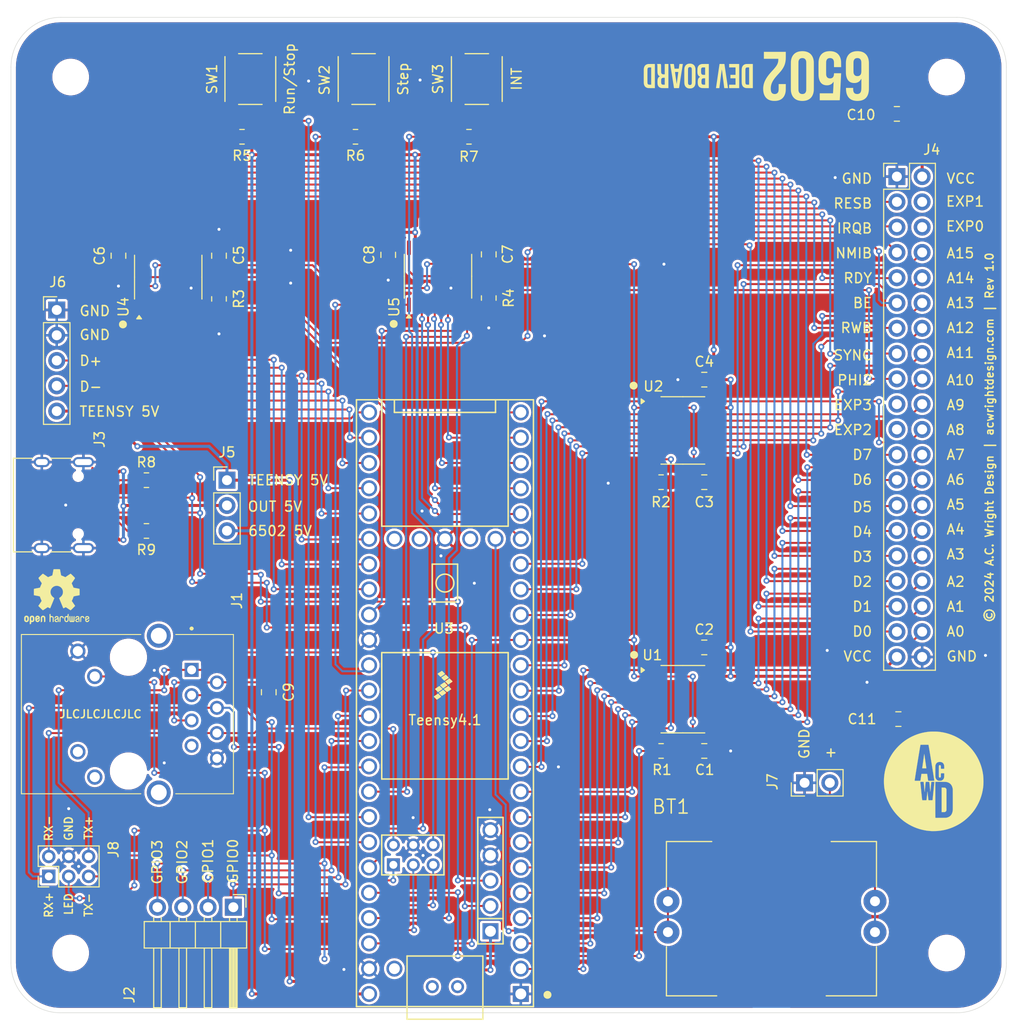
<source format=kicad_pcb>
(kicad_pcb (version 20240108) (generator "pcbnew") (generator_version "8.0")
  (title_block (title "6502 Dev Board") (date "2024-04-22") (rev "1.0") (company "A.C. Wright Design"))
  (layers (0 "F.Cu" signal "Top") (31 "B.Cu" signal "Bottom") (34 "B.Paste" user) (35 "F.Paste" user) (36 "B.SilkS" user "B.Silkscreen") (37 "F.SilkS" user "F.Silkscreen") (38 "B.Mask" user) (39 "F.Mask" user) (44 "Edge.Cuts" user))
  (net 0 "")
  (net 1 "GND")
  (net 2 "3V3")
  (net 3 "5V")
  (net 4 "A0")
  (net 5 "A1")
  (net 6 "A2")
  (net 7 "A3")
  (net 8 "A4")
  (net 9 "A5")
  (net 10 "A6")
  (net 11 "A7")
  (net 12 "A8")
  (net 13 "A9")
  (net 14 "A10")
  (net 15 "A11")
  (net 16 "Net-(C9-Pad1)")
  (net 17 "A12")
  (net 18 "A13")
  (net 19 "A14")
  (net 20 "A15")
  (net 21 "D0")
  (net 22 "D1")
  (net 23 "D2")
  (net 24 "D3")
  (net 25 "D4")
  (net 26 "D5")
  (net 27 "D6")
  (net 28 "D7")
  (net 29 "PHI2")
  (net 30 "VBAT")
  (net 32 "BE")
  (net 34 "RWB")
  (net 35 "SYNC")
  (net 37 "RDY")
  (net 38 "RESB")
  (net 39 "NMIB")
  (net 40 "IRQB")
  (net 41 "BE_3V3")
  (net 42 "D+")
  (net 43 "RESB_3V3")
  (net 44 "IRQB_3V3")
  (net 45 "GPIO_1")
  (net 46 "D-")
  (net 47 "GPIO_2")
  (net 48 "GPIO_3")
  (net 49 "RX-")
  (net 50 "RX+")
  (net 51 "OE3_3V3")
  (net 52 "TX-")
  (net 53 "TX+")
  (net 54 "LED")
  (net 55 "GPIO_0")
  (net 56 "5V_HOST")
  (net 57 "Net-(J3-CC2)")
  (net 59 "Net-(J3-CC1)")
  (net 66 "5V_TEENSY")
  (net 67 "OE2_3V3")
  (net 68 "OE1_3V3")
  (net 69 "RUN_STOP_SW")
  (net 70 "STEP_SW")
  (net 71 "INT_SW")
  (net 73 "/EXP2")
  (net 74 "A1_3V3")
  (net 75 "A5_3V3")
  (net 76 "A6_3V3")
  (net 77 "A3_3V3")
  (net 78 "A0_3V3")
  (net 79 "A7_3V3")
  (net 80 "A4_3V3")
  (net 81 "A2_3V3")
  (net 82 "D1_3V3")
  (net 83 "D6_3V3")
  (net 84 "D3_3V3")
  (net 85 "D7_3V3")
  (net 86 "D4_3V3")
  (net 87 "D2_3V3")
  (net 88 "D5_3V3")
  (net 89 "D0_3V3")
  (net 90 "A9_3V3")
  (net 91 "A13_3V3")
  (net 92 "A10_3V3")
  (net 93 "A15_3V3")
  (net 94 "A8_3V3")
  (net 95 "A11_3V3")
  (net 96 "A12_3V3")
  (net 97 "A14_3V3")
  (net 98 "PHI2_3V3")
  (net 99 "RWB_3V3")
  (net 100 "SYNC_3V3")
  (net 101 "NMIB_3V3")
  (net 102 "RDY_3V3")
  (net 103 "/EXP3")
  (net 104 "/EXP1")
  (net 105 "/EXP0")
  (footprint "MountingHole:MountingHole_3.2mm_M3" (layer "F.Cu") (at 184 56)
    (property "Reference" "H2" (hide yes))
    (property "Value" "MountingHole" (hide yes))
  )
  (footprint "MountingHole:MountingHole_3.2mm_M3" (layer "F.Cu") (at 96 144)
    (property "Reference" "H4" (hide yes))
    (property "Value" "MountingHole" (hide yes))
  )
  (footprint "MountingHole:MountingHole_3.2mm_M3" (layer "F.Cu") (at 96 56)
    (property "Reference" "H1" (hide yes))
    (property "Value" "MountingHole" (hide yes))
  )
  (footprint "MountingHole:MountingHole_3.2mm_M3" (layer "F.Cu") (at 184 144)
    (property "Reference" "H3" (hide yes))
    (property "Value" "MountingHole" (hide yes))
  )
  (footprint "Connector_PinHeader_2.54mm:PinHeader_1x05_P2.54mm_Vertical" (layer "F.Cu") (at 94.6 79.4)
    (property "Reference" "J6")
    (property "Value" "USB Host" (hide yes))
  )
  (footprint "Resistor_SMD:R_0805_2012Metric" (layer "F.Cu") (at 136.0125 62 180)
    (property "Reference" "R7")
    (property "Value" "1k" (hide yes))
  )
  (footprint "Connector_PinHeader_2.54mm:PinHeader_2x20_P2.54mm_Vertical" (layer "F.Cu") (at 179 66)
    (property "Reference" "J4")
    (property "Value" "Conn_02x20_Odd_Even" (hide yes))
  )
  (footprint "Teensy:Teensy41" (layer "F.Cu") (at 133.6 118.9 90)
    (property "Reference" "U3")
    (property "Value" "Teensy4.1")
  )
  (footprint "Resistor_SMD:R_0805_2012Metric" (layer "F.Cu") (at 103.6125 96.5 180)
    (property "Reference" "R8")
    (property "Value" "56k" (hide yes))
  )
  (footprint "Resistor_SMD:R_0805_2012Metric" (layer "F.Cu") (at 138 78.2 90)
    (property "Reference" "R4")
    (property "Value" "100K" (hide yes))
  )
  (footprint "Capacitor_SMD:C_0805_2012Metric" (layer "F.Cu") (at 179 59.7 180)
    (property "Reference" "C10")
    (property "Value" "100nF" (hide yes))
  )
  (footprint "6502 Parts:SW_TS-1187A-B-A-B" (layer "F.Cu") (at 125.425 56.2 90)
    (property "Reference" "SW2")
    (property "Value" "Step")
  )
  (footprint "6502 Parts:SW_TS-1187A-B-A-B" (layer "F.Cu") (at 136.8 56.2 90)
    (property "Reference" "SW3")
    (property "Value" "INT")
  )
  (footprint "Resistor_SMD:R_0805_2012Metric" (layer "F.Cu") (at 124.6125 62 180)
    (property "Reference" "R6")
    (property "Value" "1k" (hide yes))
  )
  (footprint "Symbol:OSHW-Logo2_7.3x6mm_SilkScreen" (layer "F.Cu") (at 94.6 108.2)
    (property "Reference" "REF**" (hide yes))
    (property "Value" "OSHW-Logo2_7.3x6mm_SilkScreen" (hide yes))
  )
  (footprint "Connector_PinHeader_2.00mm:PinHeader_2x03_P2.00mm_Vertical" (layer "F.Cu") (at 93.8 136.3 90)
    (property "Reference" "J8")
    (property "Value" "Ethernet" (hide yes))
  )
  (footprint "BAT-HLD-001-THM:BAT_BAT-HLD-001-THM" (layer "F.Cu") (at 166.4 140.3)
    (property "Reference" "BT1")
    (property "Value" "BAT-HLD-001-THM" (hide yes))
  )
  (footprint "A.C. Wright Logo:A.C. Wright Logo 10mm" (layer "F.Cu") (at 182.7 126.75)
    (property "Reference" "G***" (hide yes))
    (property "Value" "LOGO" (hide yes))
  )
  (footprint "Connector_PinHeader_2.54mm:PinHeader_1x02_P2.54mm_Vertical" (layer "F.Cu") (at 169.725 126.9 90)
    (property "Reference" "J7")
    (property "Value" "VBAT" (hide yes))
  )
  (footprint "Connector_PinHeader_2.54mm:PinHeader_1x04_P2.54mm_Horizontal" (layer "F.Cu") (at 112.34 139.4 -90)
    (property "Reference" "J2")
    (property "Value" "GPIO" (hide yes))
  )
  (footprint "Resistor_SMD:R_0805_2012Metric" (layer "F.Cu") (at 155.3125 123.7)
    (property "Reference" "R1")
    (property "Value" "100K" (hide yes))
  )
  (footprint "Package_SO:TSSOP-20_4.4x6.5mm_P0.65mm" (layer "F.Cu") (at 157.5 118.5)
    (property "Reference" "U1")
    (property "Value" "TXS0108EPW" (hide yes))
  )
  (footprint "Capacitor_SMD:C_0805_2012Metric" (layer "F.Cu") (at 100.8 73.95 90)
    (property "Reference" "C6")
    (property "Value" "100nF" (hide yes))
  )
  (footprint "Capacitor_SMD:C_0805_2012Metric" (layer "F.Cu") (at 159.65 123.7)
    (property "Reference" "C1")
    (property "Value" "100nF" (hide yes))
  )
  (footprint "Resistor_SMD:R_0805_2012Metric" (layer "F.Cu") (at 155.3125 96.7)
    (property "Reference" "R2")
    (property "Value" "100K" (hide yes))
  )
  (footprint "Package_SO:TSSOP-20_4.4x6.5mm_P0.65mm" (layer "F.Cu") (at 157.5 91.5)
    (property "Reference" "U2")
    (property "Value" "TXS0108EPW" (hide yes))
  )
  (footprint "Connector_USB:USB_C_Receptacle_HRO_TYPE-C-31-M-12" (layer "F.Cu") (at 94.15 99 -90)
    (property "Reference" "J3")
    (property "Value" "USB_C_Receptacle_USB2.0" (hide yes))
  )
  (footprint "Capacitor_SMD:C_0805_2012Metric" (layer "F.Cu") (at 110.9 73.95 90)
    (property "Reference" "C5")
    (property "Value" "100nF" (hide yes))
  )
  (footprint "Capacitor_SMD:C_0805_2012Metric" (layer "F.Cu") (at 159.65 86.4)
    (property "Reference" "C4")
    (property "Value" "100nF" (hide yes))
  )
  (footprint "6502 Logos:6502 Dev Board Logo 5mm" (layer "F.Cu") (at 163.7 55.9 180)
    (property "Reference" "G***" (hide yes))
    (property "Value" "LOGO" (hide yes))
  )
  (footprint "Connector_PinHeader_2.54mm:PinHeader_1x03_P2.54mm_Vertical" (layer "F.Cu") (at 111.7 96.5)
    (property "Reference" "J5")
    (property "Value" "USB Host 5V Select" (hide yes))
  )
  (footprint "Capacitor_SMD:C_0805_2012Metric" (layer "F.Cu") (at 127.9 73.8625 90)
    (property "Reference" "C8")
    (property "Value" "100nF" (hide yes))
  )
  (footprint "Resistor_SMD:R_0805_2012Metric" (layer "F.Cu") (at 113.2125 62 180)
    (property "Reference" "R5")
    (property "Value" "1k" (hide yes))
  )
  (footprint "Package_SO:TSSOP-20_4.4x6.5mm_P0.65mm" (layer "F.Cu") (at 132.9 76.0125 90)
    (property "Reference" "U5")
    (property "Value" "TXS0108EPW" (hide yes))
  )
  (footprint "6502 Parts:SW_TS-1187A-B-A-B" (layer "F.Cu") (at 114.05 56.2 90)
    (property "Reference" "SW1")
    (property "Value" "Run/Stop")
  )
  (footprint "Resistor_SMD:R_0805_2012Metric" (layer "F.Cu") (at 110.9 78.2875 90)
    (property "Reference" "R3")
    (property "Value" "100K" (hide yes))
  )
  (footprint "Capacitor_SMD:C_0805_2012Metric" (layer "F.Cu") (at 159.65 96.7)
    (property "Reference" "C3")
    (property "Value" "100nF" (hide yes))
  )
  (footprint "6502 Parts:J1B1211CCD" (layer "F.Cu") (at 101.7 120 -90)
    (property "Reference" "J1")
    (property "Value" "RJ45_LED" (hide yes))
  )
  (footprint "Capacitor_SMD:C_0805_2012Metric" (layer "F.Cu") (at 159.65 113.3)
    (property "Reference" "C2")
    (property "Value" "100nF" (hide yes))
  )
  (footprint "Capacitor_SMD:C_0805_2012Metric" (layer "F.Cu") (at 115.9 117.8 -90)
    (property "Reference" "C9")
    (property "Value" "100nF" (hide yes))
  )
  (footprint "Resistor_SMD:R_0805_2012Metric" (layer "F.Cu") (at 103.6125 101.6 180)
    (property "Reference" "R9")
    (property "Value" "56k" (hide yes))
  )
  (footprint "Capacitor_SMD:C_0805_2012Metric" (layer "F.Cu") (at 138 73.8125 90)
    (property "Reference" "C7")
    (property "Value" "100nF" (hide yes))
  )
  (footprint "Capacitor_SMD:C_0805_2012Metric" (layer "F.Cu") (at 179.15 120.5 180)
    (property "Reference" "C11")
    (property "Value" "100nF" (hide yes))
  )
  (footprint "Package_SO:TSSOP-20_4.4x6.5mm_P0.65mm" (layer "F.Cu") (at 105.8 76.1 90)
    (property "Reference" "U4")
    (property "Value" "TXS0108EPW" (hide yes))
  )
  (gr_circle (center 101.25 80.85) (end 101.45 80.85) (stroke (width 0.4)) (fill none) (layer "F.SilkS"))
  (gr_circle (center 128.45 80.8) (end 128.65 80.8) (stroke (width 0.4)) (fill none) (layer "F.SilkS"))
  (gr_circle (center 143.9 148.2) (end 144.1 148.2) (stroke (width 0.4)) (fill none) (layer "F.SilkS"))
  (gr_circle (center 152.55 87) (end 152.75 87) (stroke (width 0.4)) (fill none) (layer "F.SilkS"))
  (gr_circle (center 152.6 114.05) (end 152.8 114.05) (stroke (width 0.4)) (fill none) (layer "F.SilkS"))
  (gr_line (start 90.0011 145.0036) (end 90.0011 55.0036) (stroke (width 0.05)) (layer "Edge.Cuts"))
  (gr_arc (start 95.0011 150.0036) (mid 91.465566 148.539134) (end 90.0011 145.0036) (stroke (width 0.05)) (layer "Edge.Cuts"))
  (gr_line (start 190.0011 55.0036) (end 190.0011 145.0036) (stroke (width 0.05)) (layer "Edge.Cuts"))
  (gr_arc (start 190.0011 145.0036) (mid 188.536634 148.539134) (end 185.0011 150.0036) (stroke (width 0.05)) (layer "Edge.Cuts"))
  (gr_arc (start 185.0011 50.0036) (mid 188.536634 51.468066) (end 190.0011 55.0036) (stroke (width 0.05)) (layer "Edge.Cuts"))
  (gr_line (start 95.0011 50.0036) (end 185.0011 50.0036) (stroke (width 0.05)) (layer "Edge.Cuts"))
  (gr_line (start 185.0011 150.0036) (end 95.0011 150.0036) (stroke (width 0.05)) (layer "Edge.Cuts"))
  (gr_arc (start 90.0011 55.0036) (mid 91.465566 51.468066) (end 95.0011 50.0036) (stroke (width 0.05)) (layer "Edge.Cuts"))
  (gr_text "VCC" (at 176.6 114.2 0) (layer "F.SilkS") (effects (font (size 1 1)) (justify right)))
  (gr_text "A10" (at 183.9 86.45 0) (layer "F.SilkS") (effects (font (size 1 1)) (justify left)))
  (gr_text "A2" (at 183.9 106.7 0) (layer "F.SilkS") (effects (font (size 1 1)) (justify left)))
  (gr_text "GND\n" (at 176.6 66.2 0) (layer "F.SilkS") (effects (font (size 1 1)) (justify right)))
  (gr_text "D0" (at 176.6 111.7 0) (layer "F.SilkS") (effects (font (size 1 1)) (justify right)))
  (gr_text "RWB" (at 176.6 81.2 0) (layer "F.SilkS") (effects (font (size 1 1)) (justify right)))
  (gr_text "BE" (at 176.6 78.7 0) (layer "F.SilkS") (effects (font (size 1 1)) (justify right)))
  (gr_text "RESB" (at 176.6 68.7 0) (layer "F.SilkS") (effects (font (size 1 1)) (justify right)))
  (gr_text "TX+" (at 97.8 132.7 90) (layer "F.SilkS") (effects (font (size 0.8 0.8)) (justify left)))
  (gr_text "GND" (at 95.8 132.8 90) (layer "F.SilkS") (effects (font (size 0.8 0.8)) (justify left)))
  (gr_text "A3" (at 183.9 103.95 0) (layer "F.SilkS") (effects (font (size 1 1)) (justify left)))
  (gr_text "EXP2" (at 176.6 91.45 0) (layer "F.SilkS") (effects (font (size 1 1)) (justify right)))
  (gr_text "RX-" (at 93.8 130.1 90) (layer "F.SilkS") (effects (font (size 0.8 0.8)) (justify right)))
  (gr_text "D5" (at 176.6 99.2 0) (layer "F.SilkS") (effects (font (size 1 1)) (justify right)))
  (gr_text "GPIO1" (at 109.8 137.1 90) (layer "F.SilkS") (effects (font (size 1 1)) (justify left)))
  (gr_text "A13" (at 183.9 78.7 0) (layer "F.SilkS") (effects (font (size 1 1)) (justify left)))
  (gr_text "D2" (at 176.6 106.7 0) (layer "F.SilkS") (effects (font (size 1 1)) (justify right)))
  (gr_text "D3" (at 176.6 104.2 0) (layer "F.SilkS") (effects (font (size 1 1)) (justify right)))
  (gr_text "GND\n" (at 169.7 124.6 90) (layer "F.SilkS") (effects (font (size 1 1)) (justify left)))
  (gr_text "D-" (at 96.8 87.1 0) (layer "F.SilkS") (effects (font (size 1 1)) (justify left)))
  (gr_text "EXP0" (at 183.85 71 0) (layer "F.SilkS") (effects (font (size 1 1)) (justify left)))
  (gr_text "A6" (at 183.9 96.45 0) (layer "F.SilkS") (effects (font (size 1 1)) (justify left)))
  (gr_text "6502 5V" (at 113.75 101.6 0) (layer "F.SilkS") (effects (font (size 1 1)) (justify left)))
  (gr_text "A7" (at 183.9 93.95 0) (layer "F.SilkS") (effects (font (size 1 1)) (justify left)))
  (gr_text "A0" (at 183.9 111.7 0) (layer "F.SilkS") (effects (font (size 1 1)) (justify left)))
  (gr_text "D7" (at 176.6 93.95 0) (layer "F.SilkS") (effects (font (size 1 1)) (justify right)))
  (gr_text "D+" (at 96.8 84.5 0) (layer "F.SilkS") (effects (font (size 1 1)) (justify left)))
  (gr_text "D6" (at 176.6 96.45 0) (layer "F.SilkS") (effects (font (size 1 1)) (justify right)))
  (gr_text "GPIO2" (at 107.2 137.2 90) (layer "F.SilkS") (effects (font (size 1 1)) (justify left)))
  (gr_text "A11" (at 183.9 83.7 0) (layer "F.SilkS") (effects (font (size 1 1)) (justify left)))
  (gr_text "A12" (at 183.9 81.2 0) (layer "F.SilkS") (effects (font (size 1 1)) (justify left)))
  (gr_text "SYNC" (at 176.6 83.95 0) (layer "F.SilkS") (effects (font (size 1 1)) (justify right)))
  (gr_text "D4" (at 176.6 101.7 0) (layer "F.SilkS") (effects (font (size 1 1)) (justify right)))
  (gr_text "IRQB" (at 176.6 71.2 0) (layer "F.SilkS") (effects (font (size 1 1)) (justify right)))
  (gr_text "A9" (at 183.9 88.95 0) (layer "F.SilkS") (effects (font (size 1 1)) (justify left)))
  (gr_text "A14" (at 183.9 76.2 0) (layer "F.SilkS") (effects (font (size 1 1)) (justify left)))
  (gr_text "GPIO3" (at 104.7 137.2 90) (layer "F.SilkS") (effects (font (size 1 1)) (justify left)))
  (gr_text "TX-" (at 97.8 137.9 90) (layer "F.SilkS") (effects (font (size 0.8 0.8)) (justify right)))
  (gr_text "EXP1" (at 183.85 68.5 0) (layer "F.SilkS") (effects (font (size 1 1)) (justify left)))
  (gr_text "LED" (at 95.8 137.9 90) (layer "F.SilkS") (effects (font (size 0.8 0.8)) (justify right)))
  (gr_text "GND\n" (at 183.9 114.2 0) (layer "F.SilkS") (effects (font (size 1 1)) (justify left)))
  (gr_text "OUT 5V" (at 113.7 99.15 0) (layer "F.SilkS") (effects (font (size 1 1)) (justify left)))
  (gr_text "GND" (at 96.8 81.9 0) (layer "F.SilkS") (effects (font (size 1 1)) (justify left)))
  (gr_text "A1" (at 183.9 109.2 0) (layer "F.SilkS") (effects (font (size 1 1)) (justify left)))
  (gr_text "RDY" (at 176.6 76.2 0) (layer "F.SilkS") (effects (font (size 1 1)) (justify right)))
  (gr_text "GPIO0" (at 112.3 137.1 90) (layer "F.SilkS") (effects (font (size 1 1)) (justify left)))
  (gr_text "A8" (at 183.9 91.45 0) (layer "F.SilkS") (effects (font (size 1 1)) (justify left)))
  (gr_text "NMIB" (at 176.6 73.7 0) (layer "F.SilkS") (effects (font (size 1 1)) (justify right)))
  (gr_text "D1" (at 176.6 109.2 0) (layer "F.SilkS") (effects (font (size 1 1)) (justify right)))
  (gr_text "EXP3" (at 176.6 88.95 0) (layer "F.SilkS") (effects (font (size 1 1)) (justify right)))
  (gr_text "VCC" (at 183.9 66.2 0) (layer "F.SilkS") (effects (font (size 1 1)) (justify left)))
  (gr_text "GND" (at 96.8 79.5 0) (layer "F.SilkS") (effects (font (size 1 1)) (justify left)))
  (gr_text "A15" (at 183.9 73.7 0) (layer "F.SilkS") (effects (font (size 1 1)) (justify left)))
  (gr_text "PHI2" (at 176.6 86.45 0) (layer "F.SilkS") (effects (font (size 1 1)) (justify right)))
  (gr_text "+" (at 172.3 124.6 90) (layer "F.SilkS") (effects (font (size 1 1)) (justify left)))
  (gr_text "© 2024 A.C. Wright Design | acwrightdesign.com | Rev 1.0" (at 188.3 92.2 90) (layer "F.SilkS") (effects (font (size 0.8 0.8))))
  (gr_text "A5" (at 183.9 98.95 0) (layer "F.SilkS") (effects (font (size 1 1)) (justify left)))
  (gr_text "TEENSY 5V" (at 113.75 96.5 0) (layer "F.SilkS") (effects (font (size 1 1)) (justify left)))
  (gr_text "RX+" (at 93.8 137.8 90) (layer "F.SilkS") (effects (font (size 0.8 0.8)) (justify right)))
  (gr_text "JLCJLCJLCJLC" (at 99 120 0) (layer "F.SilkS") (effects (font (size 0.8 0.8))))
  (gr_text "A4" (at 183.9 101.45 0) (layer "F.SilkS") (effects (font (size 1 1)) (justify left)))
  (gr_text "TEENSY 5V" (at 96.8 89.6 0) (layer "F.SilkS") (effects (font (size 1 1)) (justify left)))
  (via (at 155.6 74.8) (size 0.6) (drill 0.3) (layers "F.Cu" "B.Cu") (net 1))
  (via (at 95.8 129.5) (size 0.6) (drill 0.3) (layers "F.Cu" "B.Cu") (net 1))
  (via (at 162.3 123.7) (size 0.6) (drill 0.3) (layers "F.Cu" "B.Cu") (net 1))
  (via (at 133.2 104.1) (size 0.6) (drill 0.3) (layers "F.Cu" "B.Cu") (net 1))
  (via (at 136.55 106.85) (size 0.6) (drill 0.3) (layers "F.Cu" "B.Cu") (net 1))
  (via (at 138.1 129.6) (size 0.6) (drill 0.3) (layers "F.Cu" "B.Cu") (net 1))
  (via (at 172 113.6) (size 0.6) (drill 0.3) (layers "F.Cu" "B.Cu") (net 1))
  (via (at 100.8 77) (size 0.6) (drill 0.3) (layers "F.Cu" "B.Cu") (net 1))
  (via (at 110.9 71.3) (size 0.6) (drill 0.3) (layers "F.Cu" "B.Cu") (net 1))
  (via (at 108.1 77.2) (size 0.6) (drill 0.3) (layers "F.Cu" "B.Cu") (net 1))
  (via (at 130.4 130.4) (size 0.6) (drill 0.3) (layers "F.Cu" "B.Cu") (net 1))
  (via (at 157 86.4) (size 0.6) (drill 0.3) (layers "F.Cu" "B.Cu") (net 1))
  (via (at 118.1 76.7) (size 0.6) (drill 0.3) (layers "F.Cu" "B.Cu") (net 1))
  (via (at 96.8 135.3) (size 0.6) (drill 0.3) (layers "F.Cu" "B.Cu") (net 1))
  (via (at 143.6 82) (size 0.6) (drill 0.3) (layers "F.Cu" "B.Cu") (net 1))
  (via (at 110.9 81.8) (size 0.6) (drill 0.3) (layers "F.Cu" "B.Cu") (net 1))
  (via (at 105.4 124.9) (size 0.6) (drill 0.3) (layers "F.Cu" "B.Cu") (net 1))
  (via (at 131.3 99.6) (size 0.6) (drill 0.3) (layers "F.Cu" "B.Cu") (net 1))
  (via (at 172.8 66.1) (size 0.6) (drill 0.3) (layers "F.Cu" "B.Cu") (net 1))
  (via (at 134.2 77.2) (size 0.6) (drill 0.3) (layers "F.Cu" "B.Cu") (net 1))
  (via (at 176 116.8) (size 0.6) (drill 0.3) (layers "F.Cu" "B.Cu") (net 1))
  (via (at 119.9 56.4) (size 0.6) (drill 0.3) (layers "F.Cu" "B.Cu") (net 1))
  (via (at 104.4 115.6) (size 0.6) (drill 0.3) (layers "F.Cu" "B.Cu") (net 1))
  (via (at 150 96.8) (size 0.6) (drill 0.3) (layers "F.Cu" "B.Cu") (net 1))
  (via (at 187.9 114.1) (size 0.6) (drill 0.3) (layers "F.Cu" "B.Cu") (net 1))
  (via (at 131.4 134.2) (size 0.6) (drill 0.3) (layers "F.Cu" "B.Cu") (net 1))
  (via (at 127.9 76.4) (size 0.6) (drill 0.3) (layers "F.Cu" "B.Cu") (net 1))
  (via (at 123.45 145.65) (size 0.6) (drill 0.3) (layers "F.Cu" "B.Cu") (net 1))
  (via (at 138 81.2) (size 0.6) (drill 0.3) (layers "F.Cu" "B.Cu") (net 1))
  (via (at 95.5 99) (size 0.6) (drill 0.3) (layers "F.Cu" "B.Cu") (net 1))
  (via (at 118.1 73.4) (size 0.6) (drill 0.3) (layers "F.Cu" "B.Cu") (net 1))
  (via (at 145 125.3) (size 0.6) (drill 0.3) (layers "F.Cu" "B.Cu") (net 1))
  (via (at 131.1 56.3) (size 0.6) (drill 0.3) (layers "F.Cu" "B.Cu") (net 1))
  (segment (start 158.5 123.5) (end 158.7 123.7) (width 0.2) (layer "F.Cu") (net 2))
  (segment (start 131.8 77.2) (end 130.5 77.2) (width 0.2) (layer "F.Cu") (net 2))
  (segment (start 152.625 89.225) (end 152.6 89.2) (width 0.2) (layer "F.Cu") (net 2))
  (segment (start 158.6 96.6) (end 158.7 96.7) (width 0.2) (layer "F.Cu") (net 2))
  (segment (start 152.6 112.55) (end 141.22 112.55) (width 0.2) (layer "F.Cu") (net 2))
  (segment (start 103.525 77.375) (end 103.525 78.9625) (width 0.2) (layer "F.Cu") (net 2))
  (segment (start 158.575 89.225) (end 158.6 89.2) (width 0.2) (layer "F.Cu") (net 2))
  (segment (start 158.5 120.8) (end 158.5 123.5) (width 0.2) (layer "F.Cu") (net 2))
  (segment (start 131.8375 74.7625) (end 131.8 74.8) (width 0.2) (layer "F.Cu") (net 2))
  (segment (start 154.6375 89.225) (end 152.625 89.225) (width 0.2) (layer "F.Cu") (net 2))
  (segment (start 152.6 116.2) (end 152.625 116.225) (width 0.2) (layer "F.Cu") (net 2))
  (segment (start 138.0375 74.8) (end 138 74.7625) (width 0.2) (layer "F.Cu") (net 2))
  (segment (start 110.9 74.9) (end 104.5 74.9) (width 0.2) (layer "F.Cu") (net 2))
  (segment (start 104.5 77) (end 103.9 77) (width 0.2) (layer "F.Cu") (net 2))
  (segment (start 122.6 77.2) (end 131.8 77.2) (width 0.2) (layer "F.Cu") (net 2))
  (segment (start 110.9 74.9) (end 120.3 74.9) (width 0.2) (layer "F.Cu") (net 2))
  (segment (start 136.3 143.1) (end 136.23 143.03) (width 0.2) (layer "F.Cu") (net 2))
  (segment (start 136.3 112.55) (end 141.22 112.55) (width 0.2) (layer "F.Cu") (net 2))
  (segment (start 158.5 116.225) (end 154.6375 116.225) (width 0.2) (layer "F.Cu") (net 2))
  (segment (start 152.625 116.225) (end 154.6375 116.225) (width 0.2) (layer "F.Cu") (net 2))
  (segment (start 130.625 77.2) (end 130.625 78.875) (width 0.2) (layer "F.Cu") (net 2))
  (segment (start 154.6375 89.225) (end 158.575 89.225) (width 0.2) (layer "F.Cu") (net 2))
  (segment (start 152.6 74.8) (end 138.0375 74.8) (width 0.2) (layer "F.Cu") (net 2))
  (segment (start 158.6 93.7) (end 158.6 96.6) (width 0.2) (layer "F.Cu") (net 2))
  (segment (start 103.9 77) (end 103.525 77.375) (width 0.2) (layer "F.Cu") (net 2))
  (segment (start 136.23 143.03) (end 125.98 143.03) (width 0.2) (layer "F.Cu") (net 2))
  (segment (start 138 74.7625) (end 131.8375 74.7625) (width 0.2) (layer "F.Cu") (net 2))
  (segment (start 120.3 74.9) (end 122.6 77.2) (width 0.2) (layer "F.Cu") (net 2))
  (via (at 158.6 93.7) (size 0.6) (drill 0.3) (layers "F.Cu" "B.Cu") (net 2))
  (via (at 152.6 112.55) (size 0.6) (drill 0.3) (layers "F.Cu" "B.Cu") (net 2))
  (via (at 158.5 120.8) (size 0.6) (drill 0.3) (layers "F.Cu" "B.Cu") (net 2))
  (via (at 136.3 112.55) (size 0.6) (drill 0.3) (layers "F.Cu" "B.Cu") (net 2))
  (via (at 131.8 74.8) (size 0.6) (drill 0.3) (layers "F.Cu" "B.Cu") (net 2))
  (via (at 152.6 116.2) (size 0.6) (drill 0.3) (layers "F.Cu" "B.Cu") (net 2))
  (via (at 104.5 77) (size 0.6) (drill 0.3) (layers "F.Cu" "B.Cu") (net 2))
  (via (at 152.6 89.2) (size 0.6) (drill 0.3) (layers "F.Cu" "B.Cu") (net 2))
  (via (at 152.6 74.8) (size 0.6) (drill 0.3) (layers "F.Cu" "B.Cu") (net 2))
  (via (at 104.5 74.9) (size 0.6) (drill 0.3) (layers "F.Cu" "B.Cu") (net 2))
  (via (at 158.6 89.2) (size 0.6) (drill 0.3) (layers "F.Cu" "B.Cu") (net 2))
  (via (at 136.3 143.1) (size 0.6) (drill 0.3) (layers "F.Cu" "B.Cu") (net 2))
  (via (at 158.5 116.225) (size 0.6) (drill 0.3) (layers "F.Cu" "B.Cu") (net 2))
  (via (at 131.8 77.2) (size 0.6) (drill 0.3) (layers "F.Cu" "B.Cu") (net 2))
  (segment (start 104.5 74.9) (end 104.5 77) (width 0.2) (layer "B.Cu") (net 2))
  (segment (start 152.6 89.2) (end 152.6 88.8) (width 0.2) (layer "B.Cu") (net 2))
  (segment (start 158.6 89.2) (end 158.6 89.7) (width 0.2) (layer "B.Cu") (net 2))
  (segment (start 158.5 120.8) (end 158.5 116.225) (width 0.2) (layer "B.Cu") (net 2))
  (segment (start 152.6 112.55) (end 152.6 116.2) (width 0.2) (layer "B.Cu") (net 2))
  (segment (start 158.6 89.7) (end 158.6 93.7) (width 0.2) (layer "B.Cu") (net 2))
  (segment (start 152.6 89.2) (end 152.6 112.55) (width 0.2) (layer "B.Cu") (net 2))
  (segment (start 131.8 74.8) (end 131.8 77.2) (width 0.2) (layer "B.Cu") (net 2))
  (segment (start 136.3 112.55) (end 136.3 143.1) (width 0.2) (layer "B.Cu") (net 2))
  (segment (start 152.6 88.8) (end 152.6 74.8) (width 0.2) (layer "B.Cu") (net 2))
  (segment (start 162.275 89.225) (end 162.3 89.2) (width 0.3) (layer "F.Cu") (net 3))
  (segment (start 128.2 71.6) (end 127.9 71.9) (width 0.3) (layer "F.Cu") (net 3))
  (segment (start 127.9 71.9) (end 127.9 72.9125) (width 0.3) (layer "F.Cu") (net 3))
  (segment (start 180 62) (end 180.5 62) (width 0.3) (layer "F.Cu") (net 3))
  (segment (start 103.5 71.3) (end 103.5 73.2125) (width 0.3) (layer "F.Cu") (net 3))
  (segment (start 171.9 116.2) (end 173.7 118) (width 0.3) (layer "F.Cu") (net 3))
  (segment (start 179.95 59.7) (end 179.95 61.95) (width 0.3) (layer "F.Cu") (net 3))
  (segment (start 162.3 116.2) (end 171.9 116.2) (width 0.3) (layer "F.Cu") (net 3))
  (segment (start 130.625 71.625) (end 130.6 71.6) (width 0.3) (layer "F.Cu") (net 3))
  (segment (start 101.1 71.3) (end 100.8 71.6) (width 0.3) (layer "F.Cu") (net 3))
  (segment (start 162.3 116.2) (end 160.3875 116.2) (width 0.3) (layer "F.Cu") (net 3))
  (segment (start 103.5 73.2125) (end 103.525 73.2375) (width 0.3) (layer "F.Cu") (net 3))
  (segment (start 178.2 120.5) (end 178.2 117.9) (width 0.3) (layer "F.Cu") (net 3))
  (segment (start 106.2 63.8) (end 103.5 66.5) (width 0.3) (layer "F.Cu") (net 3))
  (segment (start 136.3 63.8) (end 136.925 63.175) (width 0.3) (layer "F.Cu") (net 3))
  (segment (start 114.2 63.8) (end 114.2 62.075) (width 0.3) (layer "F.Cu") (net 3))
  (segment (start 114.2 148.1) (end 114.21 148.11) (width 0.3) (layer "F.Cu") (net 3))
  (segment (start 160.3625 89.225) (end 162.275 89.225) (width 0.3) (layer "F.Cu") (net 3))
  (segment (start 103.5 66.5) (end 103.5 71.3) (width 0.3) (layer "F.Cu") (net 3))
  (segment (start 100.8 71.6) (end 100.8 73) (width 0.3) (layer "F.Cu") (net 3))
  (segment (start 130.6 71.6) (end 128.2 71.6) (width 0.3) (layer "F.Cu") (net 3))
  (segment (start 103.5 71.3) (end 101.1 71.3) (width 0.3) (layer "F.Cu") (net 3))
  (segment (start 160.6 113.3) (end 162.3 113.3) (width 0.3) (layer "F.Cu") (net 3))
  (segment (start 125.525 63.725) (end 125.6 63.8) (width 0.3) (layer "F.Cu") (net 3))
  (segment (start 114.2 63.8) (end 106.2 63.8) (width 0.3) (layer "F.Cu") (net 3))
  (segment (start 160.6 86.4) (end 162.3 86.4) (width 0.3) (layer "F.Cu") (net 3))
  (segment (start 181.54 63.34) (end 181.54 66) (width 0.3) (layer "F.Cu") (net 3))
  (segment (start 114.2 63.8) (end 125.6 63.8) (width 0.3) (layer "F.Cu") (net 3))
  (segment (start 136.925 63.175) (end 136.925 62) (width 0.3) (layer "F.Cu") (net 3))
  (segment (start 160.6 62) (end 180 62) (width 0.3) (layer "F.Cu") (net 3))
  (segment (start 178.2 115.06) (end 178.2 118.2) (width 0.3) (layer "F.Cu") (net 3))
  (segment (start 136.925 62) (end 160.6 62) (width 0.3) (layer "F.Cu") (net 3))
  (segment (start 160.6 86.4) (end 160.6 83.4) (width 0.3) (layer "F.Cu") (net 3))
  (segment (start 125.525 62) (end 125.525 63.725) (width 0.3) (layer "F.Cu") (net 3))
  (segment (start 160.3875 116.2) (end 160.3625 116.225) (width 0.3) (layer "F.Cu") (net 3))
  (segment (start 173.7 118) (end 178.1 118) (width 0.3) (layer "F.Cu") (net 3))
  (segment (start 125.6 63.8) (end 130.6 63.8) (width 0.3) (layer "F.Cu") (net 3))
  (segment (start 180.5 62) (end 181.5 63) (width 0.3) (layer "F.Cu") (net 3))
  (segment (start 114.2 62.075) (end 114.125 62) (width 0.3) (layer "F.Cu") (net 3))
  (segment (start 114.21 148.11) (end 125.98 148.11) (width 0.3) (layer "F.Cu") (net 3))
  (segment (start 179 114.26) (end 178.2 115.06) (width 0.3) (layer "F.Cu") (net 3))
  (segment (start 181.5 63.3) (end 181.54 63.34) (width 0.3) (layer "F.Cu") (net 3))
  (segment (start 130.625 73.15) (end 130.625 71.625) (width 0.3) (layer "F.Cu") (net 3))
  (segment (start 125.98 148.11) (end 125.94 148.15) (width 0.3) (layer "F.Cu") (net 3))
  (segment (start 179.95 61.95) (end 180 62) (width 0.3) (layer "F.Cu") (net 3))
  (segment (start 130.6 63.8) (end 136.3 63.8) (width 0.3) (layer "F.Cu") (net 3))
  (segment (start 181.5 63) (end 181.5 63.3) (width 0.3) (layer "F.Cu") (net 3))
  (via (at 160.6 62) (size 0.6) (drill 0.3) (layers "F.Cu" "B.Cu") (net 3))
  (via (at 114.2 148.1) (size 0.6) (drill 0.3) (layers "F.Cu" "B.Cu") (net 3))
  (via (at 162.3 116.2) (size 0.6) (drill 0.3) (layers "F.Cu" "B.Cu") (net 3))
  (via (at 162.3 86.4) (size 0.6) (drill 0.3) (layers "F.Cu" "B.Cu") (net 3))
  (via (at 114.2 63.8) (size 0.6) (drill 0.3) (layers "F.Cu" "B.Cu") (net 3))
  (via (at 160.6 83.4) (size 0.6) (drill 0.3) (layers "F.Cu" "B.Cu") (net 3))
  (via (at 130.6 63.8) (size 0.6) (drill 0.3) (layers "F.Cu" "B.Cu") (net 3))
  (via (at 162.3 89.2) (size 0.6) (drill 0.3) (layers "F.Cu" "B.Cu") (net 3))
  (via (at 130.6 71.6) (size 0.6) (drill 0.3) (layers "F.Cu" "B.Cu") (net 3))
  (via (at 162.3 113.3) (size 0.6) (drill 0.3) (layers "F.Cu" "B.Cu") (net 3))
  (segment (start 162.3 86.4) (end 162.3 89.2) (width 0.3) (layer "B.Cu") (net 3))
  (segment (start 111.7 101.58) (end 114.18 101.58) (width 0.3) (layer "B.Cu") (net 3))
  (segment (start 160.6 83.4) (end 160.6 62) (width 0.3) (layer "B.Cu") (net 3))
  (segment (start 114.2 110) (end 114.2 148.1) (width 0.3) (layer "B.Cu") (net 3))
  (segment (start 114.18 101.58) (end 114.2 101.6) (width 0.3) (layer "B.Cu") (net 3))
  (segment (start 162.3 113.3) (end 162.3 116.2) (width 0.3) (layer "B.Cu") (net 3))
  (segment (start 130.6 71.6) (end 130.6 63.8) (width 0.3) (layer "B.Cu") (net 3))
  (segment (start 162.3 89.2) (end 162.3 113.3) (width 0.3) (layer "B.Cu") (net 3))
  (segment (start 114.2 101.6) (end 114.2 63.8) (width 0.3) (layer "B.Cu") (net 3))
  (segment (start 114.2 109.8) (end 114.2 101.6) (width 0.3) (layer "B.Cu") (net 3))
  (segment (start 114.2 109.8) (end 114.2 110) (width 0.3) (layer "B.Cu") (net 3))
  (segment (start 174.225 115.575) (end 160.3625 115.575) (width 0.2) (layer "F.Cu") (net 4))
  (segment (start 176.8 113) (end 174.225 115.575) (width 0.2) (layer "F.Cu") (net 4))
  (segment (start 181.54 111.72) (end 180.26 113) (width 0.2) (layer "F.Cu") (net 4))
  (segment (start 180.26 113) (end 176.8 113) (width 0.2) (layer "F.Cu") (net 4))
  (segment (start 165.075 116.875) (end 160.3625 116.875) (width 0.2) (layer "F.Cu") (net 5))
  (segment (start 177.5 110.4) (end 165.1 110.4) (width 0.2) (layer "F.Cu") (net 5))
  (segment (start 180.32 110.4) (end 177.5 110.4) (width 0.2) (layer "F.Cu") (net 5))
  (segment (start 181.54 109.18) (end 180.32 110.4) (width 0.2) (layer "F.Cu") (net 5))
  (segment (start 165.1 116.9) (end 165.075 116.875) (width 0.2) (layer "F.Cu") (net 5))
  (via (at 165.1 116.9) (size 0.6) (drill 0.3) (layers "F.Cu" "B.Cu") (net 5))
  (via (at 165.1 110.4) (size 0.6) (drill 0.3) (layers "F.Cu" "B.Cu") (net 5))
  (segment (start 165.1 111.1) (end 165.1 116.9) (width 0.2) (layer "B.Cu") (net 5))
  (segment (start 165.1 110.4) (end 165.1 111.1) (width 0.2) (layer "B.Cu") (net 5))
  (segment (start 181.54 106.64) (end 180.28 107.9) (width 0.2) (layer "F.Cu") (net 6))
  (segment (start 165.875 117.525) (end 160.3625 117.525) (width 0.2) (layer "F.Cu") (net 6))
  (segment (start 165.9 117.5) (end 165.875 117.525) (width 0.2) (layer "F.Cu") (net 6))
  (segment (start 177.6 107.9) (end 165.9 107.9) (width 0.2) (layer "F.Cu") (net 6))
  (segment (start 180.28 107.9) (end 177.6 107.9) (width 0.2) (layer "F.Cu") (net 6))
  (via (at 165.9 107.9) (size 0.6) (drill 0.3) (layers "F.Cu" "B.Cu") (net 6))
  (via (at 165.9 117.5) (size 0.6) (drill 0.3) (layers "F.Cu" "B.Cu") (net 6))
  (segment (start 165.9 107.9) (end 165.9 117.5) (width 0.2) (layer "B.Cu") (net 6))
  (segment (start 181.54 104.1) (end 180.24 105.4) (width 0.2) (layer "F.Cu") (net 7))
  (segment (start 180.24 105.4) (end 166.7 105.4) (width 0.2) (layer "F.Cu") (net 7))
  (segment (start 166.7 118.2) (end 160.3875 118.2) (width 0.2) (layer "F.Cu") (net 7))
  (segment (start 160.3875 118.2) (end 160.3625 118.175) (width 0.2) (layer "F.Cu") (net 7))
  (via (at 166.7 105.4) (size 0.6) (drill 0.3) (layers "F.Cu" "B.Cu") (net 7))
  (via (at 166.7 118.2) (size 0.6) (drill 0.3) (layers "F.Cu" "B.Cu") (net 7))
  (segment (start 166.7 105.4) (end 166.7 118.2) (width 0.2) (layer "B.Cu") (net 7))
  (segment (start 167.5 118.8) (end 167.475 118.825) (width 0.2) (layer "F.Cu") (net 8))
  (segment (start 167.475 118.825) (end 160.3625 118.825) (width 0.2) (layer "F.Cu") (net 8))
  (segment (start 181.54 101.56) (end 180.3 102.8) (width 0.2) (layer "F.Cu") (net 8))
  (segment (start 177.4 102.8) (end 167.5 102.8) (width 0.2) (layer "F.Cu") (net 8))
  (segment (start 177.6 102.8) (end 177.4 102.8) (width 0.2) (layer "F.Cu") (net 8))
  (segment (start 180.3 102.8) (end 177.6 102.8) (width 0.2) (layer "F.Cu") (net 8))
  (via (at 167.5 118.8) (size 0.6) (drill 0.3) (layers "F.Cu" "B.Cu") (net 8))
  (via (at 167.5 102.8) (size 0.6) (drill 0.3) (layers "F.Cu" "B.Cu") (net 8))
  (segment (start 167.5 102.8) (end 167.5 118.8) (width 0.2) (layer "B.Cu") (net 8))
  (segment (start 180.26 100.3) (end 177.9 100.3) (width 0.2) (layer "F.Cu") (net 9))
  (segment (start 168.3 119.5) (end 168.275 119.475) (width 0.2) (layer "F.Cu") (net 9))
  (segment (start 177.9 100.3) (end 177.7 100.3) (width 0.2) (layer "F.Cu") (net 9))
  (segment (start 181.54 99.02) (end 180.26 100.3) (width 0.2) (layer "F.Cu") (net 9))
  (segment (start 177.7 100.3) (end 168.3 100.3) (width 0.2) (layer "F.Cu") (net 9))
  (segment (start 168.275 119.475) (end 160.3625 119.475) (width 0.2) (layer "F.Cu") (net 9))
  (via (at 168.3 100.3) (size 0.6) (drill 0.3) (layers "F.Cu" "B.Cu") (net 9))
  (via (at 168.3 119.5) (size 0.6) (drill 0.3) (layers "F.Cu" "B.Cu") (net 9))
  (segment (start 168.3 100.3) (end 168.3 119.5) (width 0.2) (layer "B.Cu") (net 9))
  (segment (start 169.2 97.7) (end 169.1 97.6) (width 0.2) (layer "F.Cu") (net 10))
  (segment (start 169.1 120.1) (end 169.075 120.125) (width 0.2) (layer "F.Cu") (net 10))
  (segment (start 177.5 97.7) (end 169.2 97.7) (width 0.2) (layer "F.Cu") (net 10))
  (segment (start 181.54 96.48) (end 180.32 97.7) (width 0.2) (layer "F.Cu") (net 10))
  (segment (start 180.32 97.7) (end 177.5 97.7) (width 0.2) (layer "F.Cu") (net 10))
  (segment (start 169.075 120.125) (end 160.3625 120.125) (width 0.2) (layer "F.Cu") (net 10))
  (via (at 169.1 97.6) (size 0.6) (drill 0.3) (layers "F.Cu" "B.Cu") (net 10))
  (via (at 169.1 120.1) (size 0.6) (drill 0.3) (layers "F.Cu" "B.Cu") (net 10))
  (segment (start 169.1 120.1) (end 169.1 97.6) (width 0.2) (layer "B.Cu") (net 10))
  (segment (start 180.28 95.2) (end 178.5 95.2) (width 0.2) (layer "F.Cu") (net 11))
  (segment (start 178.5 95.2) (end 170 95.2) (width 0.2) (layer "F.Cu") (net 11))
  (segment (start 181.54 93.94) (end 180.28 95.2) (width 0.2) (layer "F.Cu") (net 11))
  (segment (start 169.975 120.775) (end 160.3625 120.775) (width 0.2) (layer "F.Cu") (net 11))
  (segment (start 170 120.8) (end 169.975 120.775) (width 0.2) (layer "F.Cu") (net 11))
  (via (at 170 95.2) (size 0.6) (drill 0.3) (layers "F.Cu" "B.Cu") (net 11))
  (via (at 170 120.8) (size 0.6) (drill 0.3) (layers "F.Cu" "B.Cu") (net 11))
  (segment (start 170 95.8) (end 170 120.8) (width 0.2) (layer "B.Cu") (net 11))
  (segment (start 170 95.2) (end 170 95.8) (width 0.2) (layer "B.Cu") (net 11))
  (segment (start 160.3625 88.575) (end 177.175 88.575) (width 0.2) (layer "F.Cu") (net 12))
  (segment (start 180.24 92.7) (end 181.54 91.4) (width 0.2) (layer "F.Cu") (net 12))
  (segment (start 177.2 92.7) (end 180.24 92.7) (width 0.2) (layer "F.Cu") (net 12))
  (segment (start 177.175 88.575) (end 177.2 88.6) (width 0.2) (layer "F.Cu") (net 12))
  (via (at 177.2 88.6) (size 0.6) (drill 0.3) (layers "F.Cu" "B.Cu") (net 12))
  (via (at 177.2 92.7) (size 0.6) (drill 0.3) (layers "F.Cu" "B.Cu") (net 12))
  (segment (start 177.2 88.6) (end 177.2 92.7) (width 0.2) (layer "B.Cu") (net 12))
  (segment (start 180.3 90.1) (end 181.54 88.86) (width 0.2) (layer "F.Cu") (net 13))
  (segment (start 174.575 89.875) (end 174.8 90.1) (width 0.2) (layer "F.Cu") (net 13))
  (segment (start 160.3625 89.875) (end 174.575 89.875) (width 0.2) (layer "F.Cu") (net 13))
  (segment (start 174.8 90.1) (end 180.3 90.1) (width 0.2) (layer "F.Cu") (net 13))
  (segment (start 173.075 90.525) (end 173.1 90.5) (width 0.2) (layer "F.Cu") (net 14))
  (segment (start 160.3625 90.525) (end 173.075 90.525) (width 0.2) (layer "F.Cu") (net 14))
  (segment (start 180.26 87.6) (end 181.54 86.32) (width 0.2) (layer "F.Cu") (net 14))
  (segment (start 173.1 87.6) (end 180.26 87.6) (width 0.2) (layer "F.Cu") (net 14))
  (via (at 173.1 87.6) (size 0.6) (drill 0.3) (layers "F.Cu" "B.Cu") (net 14))
  (via (at 173.1 90.5) (size 0.6) (drill 0.3) (layers "F.Cu" "B.Cu") (net 14))
  (segment (start 173.1 90) (end 173.1 87.6) (width 0.2) (layer "B.Cu") (net 14))
  (segment (start 173.1 90.5) (end 173.1 90) (width 0.2) (layer "B.Cu") (net 14))
  (segment (start 172.275 91.175) (end 160.3625 91.175) (width 0.2) (layer "F.Cu") (net 15))
  (segment (start 180.32 85) (end 181.54 83.78) (width 0.2) (layer "F.Cu") (net 15))
  (segment (start 172.3 85) (end 180.32 85) (width 0.2) (layer "F.Cu") (net 15))
  (segment (start 172.3 91.2) (end 172.275 91.175) (width 0.2) (layer "F.Cu") (net 15))
  (via (at 172.3 91.2) (size 0.6) (drill 0.3) (layers "F.Cu" "B.Cu") (net 15))
  (via (at 172.3 85) (size 0.6) (drill 0.3) (layers "F.Cu" "B.Cu") (net 15))
  (segment (start 172.3 91.2) (end 172.3 85) (width 0.2) (layer "B.Cu") (net 15))
  (segment (start 115.85 116.8) (end 110.715 116.8) (width 0.2) (layer "F.Cu") (net 16))
  (segment (start 110.715 116.8) (end 110.69 116.825) (width 0.2) (layer "F.Cu") (net 16))
  (segment (start 106.4 116.8) (end 106.425 116.825) (width 0.2) (layer "F.Cu") (net 16))
  (segment (start 106.4 120.635) (end 108.15 120.635) (width 0.2) (layer "F.Cu") (net 16))
  (segment (start 115.9 116.85) (end 115.85 116.8) (width 0.2) (layer "F.Cu") (net 16))
  (segment (start 106.425 116.825) (end 110.69 116.825) (width 0.2) (layer "F.Cu") (net 16))
  (via (at 106.4 120.635) (size 0.6) (drill 0.3) (layers "F.Cu" "B.Cu") (net 16))
  (via (at 106.4 116.8) (size 0.6) (drill 0.3) (layers "F.Cu" "B.Cu") (net 16))
  (segment (start 106.4 120.635) (end 106.4 116.8) (width 0.2) (layer "B.Cu") (net 16))
  (segment (start 180.28 82.5) (end 181.54 81.24) (width 0.2) (layer "F.Cu") (net 17))
  (segment (start 171.4 83.1) (end 172 82.5) (width 0.2) (layer "F.Cu") (net 17))
  (segment (start 171.4 91.825) (end 160.3625 91.825) (width 0.2) (layer "F.Cu") (net 17))
  (segment (start 172 82.5) (end 180.28 82.5) (width 0.2) (layer "F.Cu") (net 17))
  (via (at 171.4 91.825) (size 0.6) (drill 0.3) (layers "F.Cu" "B.Cu") (net 17))
  (via (at 171.4 83.1) (size 0.6) (drill 0.3) (layers "F.Cu" "B.Cu") (net 17))
  (segment (start 171.4 91.825) (end 171.4 83.1) (width 0.2) (layer "B.Cu") (net 17))
  (segment (start 160.3625 92.475) (end 170.575 92.475) (width 0.2) (layer "F.Cu") (net 18))
  (segment (start 180.24 80) (end 181.54 78.7) (width 0.2) (layer "F.Cu") (net 18))
  (segment (start 170.575 92.475) (end 170.6 92.5) (width 0.2) (layer "F.Cu") (net 18))
  (segment (start 171.5 80) (end 180.24 80) (width 0.2) (layer "F.Cu") (net 18))
  (via (at 171.5 80) (size 0.6) (drill 0.3) (layers "F.Cu" "B.Cu") (net 18))
  (via (at 170.6 92.5) (size 0.6) (drill 0.3) (layers "F.Cu" "B.Cu") (net 18))
  (segment (start 171.5 81.9) (end 171.5 80) (width 0.2) (layer "B.Cu") (net 18))
  (segment (start 170.6 91.9) (end 170.6 82.8) (width 0.2) (layer "B.Cu") (net 18))
  (segment (start 170.6 92.5) (end 170.6 91.9) (width 0.2) (layer "B.Cu") (net 18))
  (segment (start 170.6 82.8) (end 171.5 81.9) (width 0.2) (layer "B.Cu") (net 18))
  (segment (start 180.3 77.4) (end 181.54 76.16) (width 0.2) (layer "F.Cu") (net 19))
  (segment (start 177.2 76.8) (end 177.8 77.4) (width 0.2) (layer "F.Cu") (net 19))
  (segment (start 163.6 76.8) (end 177.2 76.8) (width 0.2) (layer "F.Cu") (net 19))
  (segment (start 163.6 93.125) (end 160.3625 93.125) (width 0.2) (layer "F.Cu") (net 19))
  (segment (start 177.8 77.4) (end 180.3 77.4) (width 0.2) (layer "F.Cu") (net 19))
  (via (at 163.6 76.8) (size 0.6) (drill 0.3) (layers "F.Cu" "B.Cu") (net 19))
  (via (at 163.6 93.125) (size 0.6) (drill 0.3) (layers "F.Cu" "B.Cu") (net 19))
  (segment (start 163.6 93.125) (end 163.6 76.8) (width 0.2) (layer "B.Cu") (net 19))
  (segment (start 163 74.9) (end 180.26 74.9) (width 0.2) (layer "F.Cu") (net 20))
  (segment (start 160.3625 93.775) (end 162.975 93.775) (width 0.2) (layer "F.Cu") (net 20))
  (segment (start 180.26 74.9) (end 181.54 73.62) (width 0.2) (layer "F.Cu") (net 20))
  (segment (start 162.975 93.775) (end 163 93.8) (width 0.2) (layer "F.Cu") (net 20))
  (via (at 163 74.9) (size 0.6) (drill 0.3) (layers "F.Cu" "B.Cu") (net 20))
  (via (at 163 93.8) (size 0.6) (drill 0.3) (layers "F.Cu" "B.Cu") (net 20))
  (segment (start 163 93.8) (end 163 74.9) (width 0.2) (layer "B.Cu") (net 20))
  (segment (start 142.7 72.8) (end 141.9 73.6) (width 0.2) (layer "F.Cu") (net 21))
  (segment (start 164.1 72.8) (end 142.7 72.8) (width 0.2) (layer "F.Cu") (net 21))
  (segment (start 103.3 76.1) (end 102.875 75.675) (width 0.2) (layer "F.Cu") (net 21))
  (segment (start 102.875 75.675) (end 102.875 73.2375) (width 0.2) (layer "F.Cu") (net 21))
  (segment (start 178.98 111.7) (end 179 111.72) (width 0.2) (layer "F.Cu") (net 21))
  (segment (start 141.9 82) (end 141.2 82.7) (width 0.2) (layer "F.Cu") (net 21))
  (segment (start 121.75 82.7) (end 115.15 76.1) (width 0.2) (layer "F.Cu") (net 21))
  (segment (start 115.15 76.1) (end 103.3 76.1) (width 0.2) (layer "F.Cu") (net 21))
  (segment (start 141.2 82.7) (end 121.75 82.7) (width 0.2) (layer "F.Cu") (net 21))
  (segment (start 164.3 111.7) (end 178.98 111.7) (width 0.2) (layer "F.Cu") (net 21))
  (segment (start 164.2 72.9) (end 164.1 72.8) (width 0.2) (layer "F.Cu") (net 21))
  (via (at 164.2 72.9) (size 0.6) (drill 0.3) (layers "F.Cu" "B.Cu") (net 21))
  (via (at 164.3 111.7) (size 0.6) (drill 0.3) (layers "F.Cu" "B.Cu") (net 21))
  (via (at 141.9 82) (size 0.6) (drill 0.3) (layers "F.Cu" "B.Cu") (net 21))
  (via (at 141.9 73.6) (size 0.6) (drill 0.3) (layers "F.Cu" "B.Cu") (net 21))
  (segment (start 141.9 73.6) (end 141.9 82) (width 0.2) (layer "B.Cu") (net 21))
  (segment (start 164.3 73) (end 164.2 72.9) (width 0.2) (layer "B.Cu") (net 21))
  (segment (start 164.3 111.7) (end 164.3 73) (width 0.2) (layer "B.Cu") (net 21))
  (segment (start 165.1 64.4) (end 106.6 64.4) (width 0.2) (layer "F.Cu") (net 22))
  (segment (start 106.6 64.4) (end 104.175 66.825) (width 0.2) (layer "F.Cu") (net 22))
  (segment (start 104.175 66.825) (end 104.175 73.2375) (width 0.2) (layer "F.Cu") (net 22))
  (segment (start 165.1 109.18) (end 179 109.18) (width 0.2) (layer "F.Cu") (net 22))
  (via (at 165.1 109.18) (size 0.6) (drill 0.3) (layers "F.Cu" "B.Cu") (net 22))
  (via (at 165.1 64.4) (size 0.6) (drill 0.3) (layers "F.Cu" "B.Cu") (net 22))
  (segment (start 165.1 64.4) (end 165.1 109.18) (width 0.2) (layer "B.Cu") (net 22))
  (segment (start 104.825 73.2375) (end 104.825 67.075) (width 0.2) (layer "F.Cu") (net 23))
  (segment (start 104.825 67.075) (end 106.7 65.2) (width 0.2) (layer "F.Cu") (net 23))
  (segment (start 106.9 65) (end 108 65) (width 0.2) (layer "F.Cu") (net 23))
  (segment (start 106.7 65.2) (end 106.9 65) (width 0.2) (layer "F.Cu") (net 23))
  (segment (start 165.94 106.64) (end 179 106.64) (width 0.2) (layer "F.Cu") (net 23))
  (segment (start 165.9 106.6) (end 165.94 106.64) (width 0.2) (layer "F.Cu") (net 23))
  (segment (start 108.3 65) (end 165.9 65) (width 0.2) (layer "F.Cu") (net 23))
  (segment (start 108 65) (end 108.3 65) (width 0.2) (layer "F.Cu") (net 23))
  (via (at 165.9 106.6) (size 0.6) (drill 0.3) (layers "F.Cu" "B.Cu") (net 23))
  (via (at 165.9 65) (size 0.6) (drill 0.3) (layers "F.Cu" "B.Cu") (net 23))
  (segment (start 165.9 65) (end 165.9 106.6) (width 0.2) (layer "B.Cu") (net 23))
  (segment (start 105.475 73.2375) (end 105.475 67.325) (width 0.2) (layer "F.Cu") (net 24))
  (segment (start 105.475 73.2375) (end 105.475 73.175) (width 0.2) (layer "F.Cu") (net 24))
  (segment (start 105.475 73.175) (end 105.4 73.1) (width 0.2) (layer "F.Cu") (net 24))
  (segment (start 105.475 67.325) (end 107.2 65.6) (width 0.2) (layer "F.Cu") (net 24))
  (segment (start 107.2 65.6) (end 166.7 65.6) (width 0.2) (layer "F.Cu") (net 24))
  (segment (start 166.7 104.1) (end 179 104.1) (width 0.2) (layer "F.Cu") (net 24))
  (via (at 166.7 65.6) (size 0.6) (drill 0.3) (layers "F.Cu" "B.Cu") (net 24))
  (via (at 166.7 104.1) (size 0.6) (drill 0.3) (layers "F.Cu" "B.Cu") (net 24))
  (segment (start 166.7 66) (end 166.7 104.1) (width 0.2) (layer "B.Cu") (net 24))
  (segment (start 166.7 65.6) (end 166.7 66) (width 0.2) (layer "B.Cu") (net 24))
  (segment (start 167.5 101.6) (end 178.96 101.6) (width 0.2) (layer "F.Cu") (net 25))
  (segment (start 106.125 73.2375) (end 106.125 67.675) (width 0.2) (layer "F.Cu") (net 25))
  (segment (start 178.96 101.6) (end 179 101.56) (width 0.2) (layer "F.Cu") (net 25))
  (segment (start 107.6 66.2) (end 167.5 66.2) (width 0.2) (layer "F.Cu") (net 25))
  (segment (start 106.125 67.675) (end 107.6 66.2) (width 0.2) (layer "F.Cu") (net 25))
  (via (at 167.5 66.2) (size 0.6) (drill 0.3) (layers "F.Cu" "B.Cu") (net 25))
  (via (at 167.5 101.6) (size 0.6) (drill 0.3) (layers "F.Cu" "B.Cu") (net 25))
  (segment (start 167.5 66.2) (end 167.5 101.6) (width 0.2) (layer "B.Cu") (net 25))
  (segment (start 108 66.8) (end 106.775 68.025) (width 0.2) (layer "F.Cu") (net 26))
  (segment (start 106.775 68.025) (end 106.775 73.2375) (width 0.2) (layer "F.Cu") (net 26))
  (segment (start 178.92 99.1) (end 179 99.02) (width 0.2) (layer "F.Cu") (net 26))
  (segment (start 168.3 66.8) (end 108 66.8) (width 0.2) (layer "F.Cu") (net 26))
  (segment (start 168.3 99.1) (end 178.92 99.1) (width 0.2) (layer "F.Cu") (net 26))
  (via (at 168.3 66.8) (size 0.6) (drill 0.3) (layers "F.Cu" "B.Cu") (net 26))
  (via (at 168.3 99.1) (size 0.6) (drill 0.3) (layers "F.Cu" "B.Cu") (net 26))
  (segment (start 168.3 66.8) (end 168.3 99.1) (width 0.2) (layer "B.Cu") (net 26))
  (segment (start 108.3 67.4) (end 169.1 67.4) (width 0.2) (layer "F.Cu") (net 27))
  (segment (start 107.425 68.275) (end 108.3 67.4) (width 0.2) (layer "F.Cu") (net 27))
  (segment (start 107.425 73.2375) (end 107.425 68.275) (width 0.2) (layer "F.Cu") (net 27))
  (segment (start 169.1 96.48) (end 179 96.48) (width 0.2) (layer "F.Cu") (net 27))
  (via (at 169.1 96.48) (size 0.6) (drill 0.3) (layers "F.Cu" "B.Cu") (net 27))
  (via (at 169.1 67.4) (size 0.6) (drill 0.3) (layers "F.Cu" "B.Cu") (net 27))
  (segment (start 169.1 96.48) (end 169.1 67.4) (width 0.2) (layer "B.Cu") (net 27))
  (segment (start 108.075 68.525) (end 108.075 73.2375) (width 0.2) (layer "F.Cu") (net 28))
  (segment (start 169.9 68) (end 108.6 68) (width 0.2) (layer "F.Cu") (net 28))
  (segment (start 169.95 93.95) (end 178.95 93.95) (width 0.2) (layer "F.Cu") (net 28))
  (segment (start 108.6 68) (end 108.075 68.525) (width 0.2) (layer "F.Cu") (net 28))
  (via (at 169.9 68) (size 0.6) (drill 0.3) (layers "F.Cu" "B.Cu") (net 28))
  (via (at 169.95 93.95) (size 0.6) (drill 0.3) (layers "F.Cu" "B.Cu") (net 28))
  (segment (start 169.9 68) (end 169.9 93.84) (width 0.2) (layer "B.Cu") (net 28))
  (segment (start 169.95 93.95) (end 169.85 93.85) (width 0.2) (layer "B.Cu") (net 28))
  (segment (start 129.975 75.475) (end 130.5 76) (width 0.2) (layer "F.Cu") (net 29))
  (segment (start 139.7 76) (end 141.1 77.4) (width 0.2) (layer "F.Cu") (net 29))
  (segment (start 141.1 77.4) (end 176.2 77.4) (width 0.2) (layer "F.Cu") (net 29))
  (segment (start 129.975 73.15) (end 129.975 75.475) (width 0.2) (layer "F.Cu") (net 29))
  (segment (start 176.22 86.32) (end 179 86.32) (width 0.2) (layer "F.Cu") (net 29))
  (segment (start 130.5 76) (end 139.7 76) (width 0.2) (layer "F.Cu") (net 29))
  (via (at 176.22 86.32) (size 0.6) (drill 0.3) (layers "F.Cu" "B.Cu") (net 29))
  (via (at 176.2 77.4) (size 0.6) (drill 0.3) (layers "F.Cu" "B.Cu") (net 29))
  (segment (start 176.22 86.32) (end 176.2 86.3) (width 0.2) (layer "B.Cu") (net 29))
  (segment (start 176.2 86.3) (end 176.2 77.4) (width 0.2) (layer "B.Cu") (net 29))
  (segment (start 156 131.8) (end 156 138.8) (width 0.2) (layer "F.Cu") (net 30))
  (segment (start 176.8 138.8) (end 176.8 131.8) (width 0.2) (layer "F.Cu") (net 30))
  (segment (start 140.05 141.75) (end 153.95 141.75) (width 0.2) (layer "F.Cu") (net 30))
  (segment (start 156 138.8) (end 156 141.9) (width 0.2) (layer "F.Cu") (net 30))
  (segment (start 172.2 130.4) (end 157.4 130.4) (width 0.2) (layer "F.Cu") (net 30))
  (segment (start 175.4 130.4) (end 172.2 130.4) (width 0.2) (layer "F.Cu") (net 30))
  (segment (start 172.265 126.9) (end 172.265 130.335) (width 0.2) (layer "F.Cu") (net 30))
  (segment (start 176.8 131.8) (end 175.4 130.4) (width 0.2) (layer "F.Cu") (net 30))
  (segment (start 153.95 141.75) (end 154.1 141.9) (width 0.2) (layer "F.Cu") (net 30))
  (segment (start 157.4 130.4) (end 156 131.8) (width 0.2) (layer "F.Cu") (net 30))
  (segment (start 139.9 141.9) (end 140.05 141.75) (width 0.2) (layer "F.Cu") (net 30))
  (segment (start 172.265 130.335) (end 172.2 130.4) (width 0.2) (layer "F.Cu") (net 30))
  (segment (start 154.1 141.9) (end 156 141.9) (width 0.2) (layer "F.Cu") (net 30))
  (via (at 140 141.8) (size 0.6) (drill 0.3) (layers "F.Cu" "B.Cu") (net 30))
  (segment (start 140 141.8) (end 139.7 141.5) (width 0.2) (layer "B.Cu") (net 30))
  (segment (start 138.68 128.08) (end 138.68 102.39) (width 0.2) (layer "B.Cu") (net 30))
  (segment (start 139.7 141.5) (end 139.7 129.1) (width 0.2) (layer "B.Cu") (net 30))
  (segment (start 139.7 129.1) (end 138.68 128.08) (width 0.2) (layer "B.Cu") (net 30))
  (segment (start 176.8 138.8) (end 176.8 141.9) (width 0.2) (layer "B.Cu") (net 30))
  (segment (start 138.847244 72.2) (end 175.9 72.2) (width 0.2) (layer "F.Cu") (net 32))
  (segment (start 135.175 73.15) (end 135.175 72.225) (width 0.2) (layer "F.Cu") (net 32))
  (segment (start 175.9 72.2) (end 177.2 73.5) (width 0.2) (layer "F.Cu") (net 32))
  (segment (start 138.709744 72.0625) (end 138.847244 72.2) (width 0.2) (layer "F.Cu") (net 32))
  (segment (start 135.3375 72.0625) (end 138.709744 72.0625) (width 0.2) (layer "F.Cu") (net 32))
  (segment (start 135.175 72.225) (end 135.3375 72.0625) (width 0.2) (layer "F.Cu") (net 32))
  (via (at 177.2 73.5) (size 0.6) (drill 0.3) (layers "F.Cu" "B.Cu") (net 32))
  (segment (start 177.2 73.5) (end 177.2 78.4) (width 0.2) (layer "B.Cu") (net 32))
  (segment (start 177.5 78.7) (end 179 78.7) (width 0.2) (layer "B.Cu") (net 32))
  (segment (start 177.2 78.4) (end 177.5 78.7) (width 0.2) (layer "B.Cu") (net 32))
  (segment (start 170.7 68.6) (end 133 68.6) (width 0.2) (layer "F.Cu") (net 34))
  (segment (start 133 68.6) (end 131.275 70.325) (width 0.2) (layer "F.Cu") (net 34))
  (segment (start 170.7 81.2) (end 178.96 81.2) (width 0.2) (layer "F.Cu") (net 34))
  (segment (start 178.96 81.2) (end 179 81.24) (width 0.2) (layer "F.Cu") (net 34))
  (segment (start 131.275 70.325) (end 131.275 73.15) (width 0.2) (layer "F.Cu") (net 34))
  (via (at 170.7 81.2) (size 0.6) (drill 0.3) (layers "F.Cu" "B.Cu") (net 34))
  (via (at 170.7 68.6) (size 0.6) (drill 0.3) (layers "F.Cu" "B.Cu") (net 34))
  (segment (start 170.7 68.6) (end 170.7 81.2) (width 0.2) (layer "B.Cu") (net 34))
  (segment (start 172.3 83.8) (end 172.32 83.78) (width 0.2) (layer "F.Cu") (net 35))
  (segment (start 134 70.4) (end 172.3 70.4) (width 0.2) (layer "F.Cu") (net 35))
  (segment (start 133.225 71.175) (end 134 70.4) (width 0.2) (layer "F.Cu") (net 35))
  (segment (start 133.225 73.15) (end 133.225 71.175) (width 0.2) (layer "F.Cu") (net 35))
  (segment (start 172.32 83.78) (end 179 83.78) (width 0.2) (layer "F.Cu") (net 35))
  (via (at 172.3 83.8) (size 0.6) (drill 0.3) (layers "F.Cu" "B.Cu") (net 35))
  (via (at 172.3 70.4) (size 0.6) (drill 0.3) (layers "F.Cu" "B.Cu") (net 35))
  (segment (start 172.3 70.4) (end 172.3 83.8) (width 0.2) (layer "B.Cu") (net 35))
  (segment (start 132.575 73.15) (end 132.575 70.925) (width 0.2) (layer "F.Cu") (net 37))
  (segment (start 171.5 76.2) (end 178.96 76.2) (width 0.2) (layer "F.Cu") (net 37))
  (segment (start 178.96 76.2) (end 179 76.16) (width 0.2) (layer "F.Cu") (net 37))
  (segment (start 133.7 69.8) (end 171.5 69.8) (width 0.2) (layer "F.Cu") (net 37))
  (segment (start 132.575 70.925) (end 133.7 69.8) (width 0.2) (layer "F.Cu") (net 37))
  (via (at 171.5 76.2) (size 0.6) (drill 0.3) (layers "F.Cu" "B.Cu") (net 37))
  (via (at 171.5 69.8) (size 0.6) (drill 0.3) (layers "F.Cu" "B.Cu") (net 37))
  (segment (start 171.5 69.8) (end 171.5 76.2) (width 0.2) (layer "B.Cu") (net 37))
  (segment (start 133.4 69.2) (end 131.925 70.675) (width 0.2) (layer "F.Cu") (net 38))
  (segment (start 131.925 70.675) (end 131.925 73.15) (width 0.2) (layer "F.Cu") (net 38))
  (segment (start 177.06 68.54) (end 176.4 69.2) (width 0.2) (layer "F.Cu") (net 38))
  (segment (start 176.4 69.2) (end 133.4 69.2) (width 0.2) (layer "F.Cu") (net 38))
  (segment (start 179 68.54) (end 177.06 68.54) (width 0.2) (layer "F.Cu") (net 38))
  (segment (start 134.525 73.15) (end 134.525 71.775) (width 0.2) (layer "F.Cu") (net 39))
  (segment (start 134.7 71.6) (end 176.98 71.6) (width 0.2) (layer "F.Cu") (net 39))
  (segment (start 176.98 71.6) (end 179 73.62) (width 0.2) (layer "F.Cu") (net 39))
  (segment (start 134.525 71.775) (end 134.7 71.6) (width 0.2) (layer "F.Cu") (net 39))
  (segment (start 179 71.08) (end 178.92 71) (width 0.2) (layer "F.Cu") (net 40))
  (segment (start 133.875 71.425) (end 133.875 73.15) (width 0.2) (layer "F.Cu") (net 40))
  (segment (start 178.92 71) (end 134.3 71) (width 0.2) (layer "F.Cu") (net 40))
  (segment (start 134.3 71) (end 133.875 71.425) (width 0.2) (layer "F.Cu") (net 40))
  (segment (start 134.7 82.1) (end 135.175 81.625) (width 0.2) (layer "F.Cu") (net 41))
  (segment (start 125.98 127.79) (end 129.79 127.79) (width 0.2) (layer "F.Cu") (net 41))
  (segment (start 129.7 82.1) (end 134.7 82.1) (width 0.2) (layer "F.Cu") (net 41))
  (segment (start 135.175 81.625) (end 135.175 78.875) (width 0.2) (layer "F.Cu") (net 41))
  (segment (start 129.79 127.79) (end 129.8 127.8) (width 0.2) (layer "F.Cu") (net 41))
  (via (at 129.7 82.1) (size 0.6) (drill 0.3) (layers "F.Cu" "B.Cu") (net 41))
  (via (at 129.8 127.8) (size 0.6) (drill 0.3) (layers "F.Cu" "B.Cu") (net 41))
  (segment (start 129.8 127.8) (end 129.7 127.7) (width 0.2) (layer "B.Cu") (net 41))
  (segment (start 129.7 127.7) (end 129.7 82.1) (width 0.2) (layer "B.Cu") (net 41))
  (segment (start 94.6 84.48) (end 97.38 84.48) (width 0.2) (layer "F.Cu") (net 42))
  (segment (start 98.195 99.75) (end 99.7 99.75) (width 0.2) (layer "F.Cu") (net 42))
  (segment (start 138.1692 136.7308) (end 134.9308 136.7308) (width 0.2) (layer "F.Cu") (net 42))
  (segment (start 134.9308 136.7308) (end 134.9 136.7) (width 0.2) (layer "F.Cu") (net 42))
  (segment (start 99.45 98.75) (end 99.7 99) (width 0.2) (layer "F.Cu") (net 42))
  (segment (start 105.3 92.4) (end 109 96.1) (width 0.2) (layer "F.Cu") (net 42))
  (segment (start 98.195 98.75) (end 99.45 98.75) (width 0.2) (layer "F.Cu") (net 42))
  (segment (start 108.95 99.75) (end 109 99.8) (width 0.2) (layer "F.Cu") (net 42))
  (segment (start 115.1 108.7) (end 134.4 108.7) (width 0.2) (layer "F.Cu") (net 42))
  (segment (start 115 105.9) (end 109 105.9) (width 0.2) (layer "F.Cu") (net 42))
  (segment (start 109 96.1) (end 109 96.2) (width 0.2) (layer "F.Cu") (net 42))
  (segment (start 99.7 99) (end 99.7 99.75) (width 0.2) (layer "F.Cu") (net 42))
  (segment (start 134.9 108.7) (end 134.5 108.7) (width 0.2) (layer "F.Cu") (net 42))
  (segment (start 97.38 84.48) (end 105.3 92.4) (width 0.2) (layer "F.Cu") (net 42))
  (segment (start 115.1 106) (end 115 105.9) (width 0.2) (layer "F.Cu") (net 42))
  (segment (start 99.7 99.75) (end 108.95 99.75) (width 0.2) (layer "F.Cu") (net 42))
  (via (at 115.1 108.7) (size 0.6) (drill 0.3) (layers "F.Cu" "B.Cu") (net 42))
  (via (at 109 105.9) (size 0.6) (drill 0.3) (layers "F.Cu" "B.Cu") (net 42))
  (via (at 109 96.2) (size 0.6) (drill 0.3) (layers "F.Cu" "B.Cu") (net 42))
  (via (at 134.9 108.7) (size 0.6) (drill 0.3) (layers "F.Cu" "B.Cu") (net 42))
  (via (at 109 99.8) (size 0.6) (drill 0.3) (layers "F.Cu" "B.Cu") (net 42))
  (via (at 115.1 106) (size 0.6) (drill 0.3) (layers "F.Cu" "B.Cu") (net 42))
  (via (at 134.9 136.7) (size 0.6) (drill 0.3) (layers "F.Cu" "B.Cu") (net 42))
  (segment (start 115.1 108.7) (end 115.1 106) (width 0.2) (layer "B.Cu") (net 42))
  (segment (start 109 105.9) (end 109 99.8) (width 0.2) (layer "B.Cu") (net 42))
  (segment (start 134.9 136.7) (end 134.9 108.7) (width 0.2) (layer "B.Cu") (net 42))
  (segment (start 109 96.2) (end 109 99.8) (width 0.2) (layer "B.Cu") (net 42))
  (segment (start 132.6 98.5) (end 134 99.9) (width 0.2) (layer "F.Cu") (net 43))
  (segment (start 141.17 99.9) (end 141.22 99.85) (width 0.2) (layer "F.Cu") (net 43))
  (segment (start 134 99.9) (end 141.17 99.9) (width 0.2) (layer "F.Cu") (net 43))
  (segment (start 131.9 78.9) (end 131.9 80.9) (width 0.2) (layer "F.Cu") (net 43))
  (segment (start 131.925 78.875) (end 131.9 78.9) (width 0.2) (layer "F.Cu") (net 43))
  (via (at 131.9 80.9) (size 0.6) (drill 0.3) (layers "F.Cu" "B.Cu") (net 43))
  (via (at 132.6 98.5) (size 0.6) (drill 0.3) (layers "F.Cu" "B.Cu") (net 43))
  (segment (start 131.9 80.9) (end 131.9 97.8) (width 0.2) (layer "B.Cu") (net 43))
  (segment (start 131.9 97.8) (end 132.6 98.5) (width 0.2) (layer "B.Cu") (net 43))
  (segment (start 133.9 80.4) (end 133.9 78.9) (width 0.2) (layer "F.Cu") (net 44))
  (segment (start 133.9 78.9) (end 133.875 78.875) (width 0.2) (layer "F.Cu") (net 44))
  (segment (start 134.03 92.23) (end 134 92.2) (width 0.2) (layer "F.Cu") (net 44))
  (segment (start 141.22 92.23) (end 134.03 92.23) (width 0.2) (layer "F.Cu") (net 44))
  (via (at 133.9 80.4) (size 0.6) (drill 0.3) (layers "F.Cu" "B.Cu") (net 44))
  (via (at 134 92.2) (size 0.6) (drill 0.3) (layers "F.Cu" "B.Cu") (net 44))
  (segment (start 133.9 92.1) (end 133.9 80.4) (width 0.2) (layer "B.Cu") (net 44))
  (segment (start 134 92.2) (end 133.9 92.1) (width 0.2) (layer "B.Cu") (net 44))
  (segment (start 109.8 136.4) (end 122.9 136.4) (width 0.2) (layer "F.Cu") (net 45))
  (segment (start 122.88 120.17) (end 125.98 120.17) (width 0.2) (layer "F.Cu") (net 45))
  (segment (start 122.85 120.2) (end 122.88 120.17) (width 0.2) (layer "F.Cu") (net 45))
  (via (at 109.8 136.4) (size 0.6) (drill 0.3) (layers "F.Cu" "B.Cu") (net 45))
  (via (at 122.9 136.4) (size 0.6) (drill 0.3) (layers "F.Cu" "B.Cu") (net 45))
  (via (at 122.85 120.2) (size 0.6) (drill 0.3) (layers "F.Cu" "B.Cu") (net 45))
  (segment (start 109.8 139.4) (end 109.8 136.4) (width 0.2) (layer "B.Cu") (net 45))
  (segment (start 122.9 120.25) (end 122.9 136.4) (width 0.2) (layer "B.Cu") (net 45))
  (segment (start 122.85 120.2) (end 122.9 120.25) (width 0.2) (layer "B.Cu") (net 45))
  (segment (start 96.9 99) (end 97.15 99.25) (width 0.2) (layer "F.Cu") (net 46))
  (segment (start 97.15 99.25) (end 98.195 99.25) (width 0.2) (layer "F.Cu") (net 46))
  (segment (start 96.9 98.5) (end 96.9 99) (width 0.2) (layer "F.Cu") (net 46))
  (segment (start 135.6292 139.2708) (end 135.6 139.3) (width 0.2) (layer "F.Cu") (net 46))
  (segment (start 115.7 111.3) (end 135.6 111.3) (width 0.2) (layer "F.Cu") (net 46))
  (segment (start 98.195 98.25) (end 97.15 98.25) (width 0.2) (layer "F.Cu") (net 46))
  (segment (start 108.2 96.1) (end 108.2 98.3) (width 0.2) (layer "F.Cu") (net 46))
  (segment (start 94.6 87.02) (end 99.12 87.02) (width 0.2) (layer "F.Cu") (net 46))
  (segment (start 99.12 87.02) (end 108.2 96.1) (width 0.2) (layer "F.Cu") (net 46))
  (segment (start 108.3 106.8) (end 108.2 106.7) (width 0.2) (layer "F.Cu") (net 46))
  (segment (start 98.195 98.25) (end 108.15 98.25) (width 0.2) (layer "F.Cu") (net 46))
  (segment (start 115.7 106.8) (end 108.3 106.8) (width 0.2) (layer "F.Cu") (net 46))
  (segment (start 108.15 98.25) (end 108.2 98.3) (width 0.2) (layer "F.Cu") (net 46))
  (segment (start 138.1692 139.2708) (end 135.6292 139.2708) (width 0.2) (layer "F.Cu") (net 46))
  (segment (start 97.15 98.25) (end 96.9 98.5) (width 0.2) (layer "F.Cu") (net 46))
  (via (at 108.2 106.7) (size 0.6) (drill 0.3) (layers "F.Cu" "B.Cu") (net 46))
  (via (at 115.7 111.3) (size 0.6) (drill 0.3) (layers "F.Cu" "B.Cu") (net 46))
  (via (at 115.7 106.8) (size 0.6) (drill 0.3) (layers "F.Cu" "B.Cu") (net 46))
  (via (at 135.6 139.3) (size 0.6) (drill 0.3) (layers "F.Cu" "B.Cu") (net 46))
  (via (at 108.2 98.3) (size 0.6) (drill 0.3) (layers "F.Cu" "B.Cu") (net 46))
  (via (at 135.6 111.3) (size 0.6) (drill 0.3) (layers "F.Cu" "B.Cu") (net 46))
  (segment (start 115.7 111.3) (end 115.7 106.8) (width 0.2) (layer "B.Cu") (net 46))
  (segment (start 108.2 106.7) (end 108.2 98.3) (width 0.2) (layer "B.Cu") (net 46))
  (segment (start 135.6 139.3) (end 135.6 111.3) (width 0.2) (layer "B.Cu") (net 46))
  (segment (start 125.97 122.7) (end 125.98 122.71) (width 0.2) (layer "F.Cu") (net 47))
  (segment (start 122.2 122.7) (end 125.97 122.7) (width 0.2) (layer "F.Cu") (net 47))
  (segment (start 107.3 135.7) (end 122.2 135.7) (width 0.2) (layer "F.Cu") (net 47))
  (via (at 122.2 122.7) (size 0.6) (drill 0.3) (layers "F.Cu" "B.Cu") (net 47))
  (via (at 107.3 135.7) (size 0.6) (drill 0.3) (layers "F.Cu" "B.Cu") (net 47))
  (via (at 122.2 135.7) (size 0.6) (drill 0.3) (layers "F.Cu" "B.Cu") (net 47))
  (segment (start 107.26 139.4) (end 107.26 135.74) (width 0.2) (layer "B.Cu") (net 47))
  (segment (start 107.26 135.74) (end 107.3 135.7) (width 0.2) (layer "B.Cu") (net 47))
  (segment (start 122.2 122.7) (end 122.2 135.7) (width 0.2) (layer "B.Cu") (net 47))
  (segment (start 121.5 144.6) (end 121.48 144.62) (width 0.2) (layer "F.Cu") (net 48))
  (segment (start 125.88 125.35) (end 125.98 125.25) (width 0.2) (layer "F.Cu") (net 48))
  (segment (start 104.7 135) (end 121.5 135) (width 0.2) (layer "F.Cu") (net 48))
  (segment (start 121.5 125.35) (end 125.88 125.35) (width 0.2) (layer "F.Cu") (net 48))
  (via (at 104.7 135) (size 0.6) (drill 0.3) (layers "F.Cu" "B.Cu") (net 48))
  (via (at 121.5 135) (size 0.6) (drill 0.3) (layers "F.Cu" "B.Cu") (net 48))
  (via (at 121.5 144.6) (size 0.6) (drill 0.3) (layers "F.Cu" "B.Cu") (net 48))
  (via (at 121.5 125.35) (size 0.6) (drill 0.3) (layers "F.Cu" "B.Cu") (net 48))
  (segment (start 121.5 125.35) (end 121.5 135) (width 0.2) (layer "B.Cu") (net 48))
  (segment (start 104.72 135.02) (end 104.72 139.4) (width 0.2) (layer "B.Cu") (net 48))
  (segment (start 121.5 135) (end 121.5 144.6) (width 0.2) (layer "B.Cu") (net 48))
  (segment (start 104.7 135) (end 104.72 135.02) (width 0.2) (layer "B.Cu") (net 48))
  (segment (start 114.445 121.905) (end 110.69 121.905) (width 0.2) (layer "F.Cu") (net 49))
  (segment (start 128.35 121.45) (end 114.9 121.45) (width 0.2) (layer "F.Cu") (net 49))
  (segment (start 93.805 121.905) (end 93.8 121.9) (width 0.2) (layer "F.Cu") (net 49))
  (segment (start 128.4 121.5) (end 128.35 121.45) (width 0.2) (layer "F.Cu") (net 49))
  (segment (start 110.69 121.905) (end 93.805 121.905) (width 0.2) (layer "F.Cu") (net 49))
  (segment (start 114.9 121.45) (end 114.445 121.905) (width 0.2) (layer "F.Cu") (net 49))
  (via (at 93.8 121.9) (size 0.6) (drill 0.3) (layers "F.Cu" "B.Cu") (net 49))
  (via (at 128.4 121.5) (size 0.6) (drill 0.3) (layers "F.Cu" "B.Cu") (net 49))
  (segment (start 128.4184 121.5184) (end 128.4 121.5) (width 0.2) (layer "B.Cu") (net 49))
  (segment (start 128.4184 133.14) (end 128.4184 121.5184) (width 0.2) (layer "B.Cu") (net 49))
  (segment (start 93.8 121.9) (end 93.8 134.3) (width 0.2) (layer "B.Cu") (net 49))
  (segment (start 91.8 119.4) (end 91.835 119.365) (width 0.2) (layer "F.Cu") (net 50))
  (segment (start 91.835 119.365) (end 110.69 119.365) (width 0.2) (layer "F.Cu") (net 50))
  (segment (start 124.5 137.3) (end 123.8 138) (width 0.2) (layer "F.Cu") (net 50))
  (segment (start 128.4 136.7) (end 125.1 136.7) (width 0.2) (layer "F.Cu") (net 50))
  (segment (start 112.4 123.3) (end 116.9 123.3) (width 0.2) (layer "F.Cu") (net 50))
  (segment (start 125.1 136.7) (end 124.4 137.4) (width 0.2) (layer "F.Cu") (net 50))
  (segment (start 123.8 138) (end 116.9 138) (width 0.2) (layer "F.Cu") (net 50))
  (via (at 128.4 136.7) (size 0.6) (drill 0.3) (layers "F.Cu" "B.Cu") (net 50))
  (via (at 112.4 123.3) (size 0.6) (drill 0.3) (layers "F.Cu" "B.Cu") (net 50))
  (via (at 116.9 123.3) (size 0.6) (drill 0.3) (layers "F.Cu" "B.Cu") (net 50))
  (via (at 91.8 119.4) (size 0.6) (drill 0.3) (layers "F.Cu" "B.Cu") (net 50))
  (via (at 116.9 138) (size 0.6) (drill 0.3) (layers "F.Cu" "B.Cu") (net 50))
  (segment (start 116.9 134.2) (end 116.9 123.3) (width 0.2) (layer "B.Cu") (net 50))
  (segment (start 92.2 136.3) (end 93.8 136.3) (width 0.2) (layer "B.Cu") (net 50))
  (segment (start 112.4 119.8) (end 111.965 119.365) (width 0.2) (layer "B.Cu") (net 50))
  (segment (start 116.9 137.4) (end 116.9 138) (width 0.2) (layer "B.Cu") (net 50))
  (segment (start 128.4184 136.6816) (end 128.4 136.7) (width 0.2) (layer "B.Cu") (net 50))
  (segment (start 112.4 123.3) (end 112.4 119.8) (width 0.2) (layer "B.Cu") (net 50))
  (segment (start 128.4184 135.14) (end 128.4184 136.6816) (width 0.2) (layer "B.Cu") (net 50))
  (segment (start 91.8 135.9) (end 92.2 136.3) (width 0.2) (layer "B.Cu") (net 50))
  (segment (start 111.965 119.365) (end 110.69 119.365) (width 0.2) (layer "B.Cu") (net 50))
  (segment (start 116.9 134.2) (end 116.9 137.4) (width 0.2) (layer "B.Cu") (net 50))
  (segment (start 91.8 119.4) (end 91.8 135.9) (width 0.2) (layer "B.Cu") (net 50))
  (segment (start 135.825 81.975) (end 135.825 78.875) (width 0.2) (layer "F.Cu") (net 51))
  (segment (start 135.825 78.875) (end 136.375 78.875) (width 0.2) (layer "F.Cu") (net 51))
  (segment (start 136.6125 79.1125) (end 138 79.1125) (width 0.2) (layer "F.Cu") (net 51))
  (segment (start 135.8 82) (end 135.825 81.975) (width 0.2) (layer "F.Cu") (net 51))
  (segment (start 133.99 140.49) (end 134 140.5) (width 0.2) (layer "F.Cu") (net 51))
  (segment (start 136.375 78.875) (end 136.6125 79.1125) (width 0.2) (layer "F.Cu") (net 51))
  (segment (start 125.98 140.49) (end 133.99 140.49) (width 0.2) (layer "F.Cu") (net 51))
  (via (at 134 140.5) (size 0.6) (drill 0.3) (layers "F.Cu" "B.Cu") (net 51))
  (via (at 135.8 82) (size 0.6) (drill 0.3) (layers "F.Cu" "B.Cu") (net 51))
  (segment (start 134 104.345635) (end 134.8 103.545635) (width 0.2) (layer "B.Cu") (net 51))
  (segment (start 134.8 103.545635) (end 134.8 83) (width 0.2) (layer "B.Cu") (net 51))
  (segment (start 134.8 83) (end 135.8 82) (width 0.2) (layer "B.Cu") (net 51))
  (segment (start 134 140.5) (end 134 104.345635) (width 0.2) (layer "B.Cu") (net 51))
  (segment (start 112.095 118.095) (end 108.15 118.095) (width 0.2) (layer "F.Cu") (net 52))
  (segment (start 124.8 139.2) (end 132.4 139.2) (width 0.2) (layer "F.Cu") (net 52))
  (segment (start 116.2 134.2) (end 101.7 134.2) (width 0.2) (layer "F.Cu") (net 52))
  (segment (start 116.2 140.6) (end 123.4 140.6) (width 0.2) (layer "F.Cu") (net 52))
  (segment (start 123.4 140.6) (end 124.8 139.2) (width 0.2) (layer "F.Cu") (net 52))
  (segment (start 116.2 120.8) (end 114.8 120.8) (width 0.2) (layer "F.Cu") (net 52))
  (segment (start 101.7 134.2) (end 99.6 136.3) (width 0.2) (layer "F.Cu") (net 52))
  (segment (start 114.8 120.8) (end 112.095 118.095) (width 0.2) (layer "F.Cu") (net 52))
  (segment (start 99.6 136.3) (end 97.8 136.3) (width 0.2) (layer "F.Cu") (net 52))
  (via (at 116.2 134.2) (size 0.6) (drill 0.3) (layers "F.Cu" "B.Cu") (net 52))
  (via (at 116.2 140.6) (size 0.6) (drill 0.3) (layers "F.Cu" "B.Cu") (net 52))
  (via (at 132.4 139.2) (size 0.6) (drill 0.3) (layers "F.Cu" "B.Cu") (net 52))
  (via (at 116.2 120.8) (size 0.6) (drill 0.3) (layers "F.Cu" "B.Cu") (net 52))
  (segment (start 116.2 140.6) (end 116.2 134.2) (width 0.2) (layer "B.Cu") (net 52))
  (segment (start 132.4184 139.1816) (end 132.4 139.2) (width 0.2) (layer "B.Cu") (net 52))
  (segment (start 132.4184 135.14) (end 132.4184 139.1816) (width 0.2) (layer "B.Cu") (net 52))
  (segment (start 116.2 134.2) (end 116.2 120.8) (width 0.2) (layer "B.Cu") (net 52))
  (segment (start 109.545 115.555) (end 111.3 113.8) (width 0.2) (layer "F.Cu") (net 53))
  (segment (start 111.3 113.8) (end 132.4 113.8) (width 0.2) (layer "F.Cu") (net 53))
  (segment (start 105.4 117.6) (end 104.9 117.6) (width 0.2) (layer "F.Cu") (net 53))
  (segment (start 108.15 115.555) (end 105.445 115.555) (width 0.2) (layer "F.Cu") (net 53))
  (segment (start 105.445 115.555) (end 105.4 115.6) (width 0.2) (layer "F.Cu") (net 53))
  (segment (start 104.9 117.6) (end 94.8 117.6) (width 0.2) (layer "F.Cu") (net 53))
  (segment (start 108.15 115.555) (end 109.545 115.555) (width 0.2) (layer "F.Cu") (net 53))
  (via (at 105.4 115.6) (size 0.6) (drill 0.3) (layers "F.Cu" "B.Cu") (net 53))
  (via (at 94.8 117.6) (size 0.6) (drill 0.3) (layers "F.Cu" "B.Cu") (net 53))
  (via (at 105.4 117.6) (size 0.6) (drill 0.3) (layers "F.Cu" "B.Cu") (net 53))
  (via (at 132.4 113.8) (size 0.6) (drill 0.3) (layers "F.Cu" "B.Cu") (net 53))
  (segment (start 132.4184 114.1184) (end 132.4184 133.14) (width 0.2) (layer "B.Cu") (net 53))
  (segment (start 94.8 126.9) (end 97.8 129.9) (width 0.2) (layer "B.Cu") (net 53))
  (segment (start 132.4 114.1) (end 132.4184 114.1184) (width 0.2) (layer "B.Cu") (net 53))
  (segment (start 105.4 115.6) (end 105.4 117.6) (width 0.2) (layer "B.Cu") (net 53))
  (segment (start 94.8 117.6) (end 94.8 126.9) (width 0.2) (layer "B.Cu") (net 53))
  (segment (start 97.8 129.9) (end 97.8 134.3) (width 0.2) (layer "B.Cu") (net 53))
  (segment (start 132.4 113.8) (end 132.4 114.1) (width 0.2) (layer "B.Cu") (net 53))
  (segment (start 104.4 116.8) (end 100.3 116.8) (width 0.2) (layer "F.Cu") (net 54))
  (segment (start 101.1 138.5) (end 102.4 137.2) (width 0.2) (layer "F.Cu") (net 54))
  (segment (start 96.9 138.5) (end 101.1 138.5) (width 0.2) (layer "F.Cu") (net 54))
  (segment (start 104.4 125.9) (end 115.5 125.9) (width 0.2) (layer "F.Cu") (net 54))
  (segment (start 115.5 143.6) (end 122.2 143.6) (width 0.2) (layer "F.Cu") (net 54))
  (segment (start 102.4 131.7) (end 115.5 131.7) (width 0.2) (layer "F.Cu") (net 54))
  (segment (start 122.2 143.6) (end 124.1 141.7) (width 0.2) (layer "F.Cu") (net 54))
  (segment (start 99.715 116.215) (end 98.42 116.215) (width 0.2) (layer "F.Cu") (net 54))
  (segment (start 100.3 116.8) (end 99.715 116.215) (width 0.2) (layer "F.Cu") (net 54))
  (segment (start 124.1 141.7) (end 130.5 141.7) (width 0.2) (layer "F.Cu") (net 54))
  (via (at 102.4 137.2) (size 0.6) (drill 0.3) (layers "F.Cu" "B.Cu") (net 54))
  (via (at 104.4 116.8) (size 0.6) (drill 0.3) (layers "F.Cu" "B.Cu") (net 54))
  (via (at 115.5 125.9) (size 0.6) (drill 0.3) (layers "F.Cu" "B.Cu") (net 54))
  (via (at 115.5 143.6) (size 0.6) (drill 0.3) (layers "F.Cu" "B.Cu") (net 54))
  (via (at 96.9 138.5) (size 0.6) (drill 0.3) (layers "F.Cu" "B.Cu") (net 54))
  (via (at 104.4 125.9) (size 0.6) (drill 0.3) (layers "F.Cu" "B.Cu") (net 54))
  (via (at 130.5 141.7) (size 0.6) (drill 0.3) (layers "F.Cu" "B.Cu") (net 54))
  (via (at 102.4 131.7) (size 0.6) (drill 0.3) (layers "F.Cu" "B.Cu") (net 54))
  (via (at 115.5 131.7) (size 0.6) (drill 0.3) (layers "F.Cu" "B.Cu") (net 54))
  (segment (start 130.4184 141.6184) (end 130.5 141.7) (width 0.2) (layer "B.Cu") (net 54))
  (segment (start 130.4184 135.14) (end 130.4184 141.6184) (width 0.2) (layer "B.Cu") (net 54))
  (segment (start 115.5 131.7) (end 115.5 125.9) (width 0.2) (layer "B.Cu") (net 54))
  (segment (start 102.4 137.2) (end 102.4 131.7) (width 0.2) (layer "B.Cu") (net 54))
  (segment (start 104.4 125.9) (end 104.4 116.8) (width 0.2) (layer "B.Cu") (net 54))
  (segment (start 95.8 137.9) (end 96.4 138.5) (width 0.2) (layer "B.Cu") (net 54))
  (segment (start 96.4 138.5) (end 96.9 138.5) (width 0.2) (layer "B.Cu") (net 54))
  (segment (start 95.8 136.3) (end 95.8 137.9) (width 0.2) (layer "B.Cu") (net 54))
  (segment (start 115.5 143.6) (end 115.5 131.7) (width 0.2) (layer "B.Cu") (net 54))
  (segment (start 111.86 139.6) (end 111.8 139.54) (width 0.2) (layer "F.Cu") (net 55))
  (segment (start 112.3 137.1) (end 123.6 137.1) (width 0.2) (layer "F.Cu") (net 55))
  (segment (start 123.67 117.63) (end 125.98 117.63) (width 0.2) (layer "F.Cu") (net 55))
  (via (at 112.3 137.1) (size 0.6) (drill 0.3) (layers "F.Cu" "B.Cu") (net 55))
  (via (at 123.67 117.63) (size 0.6) (drill 0.3) (layers "F.Cu" "B.Cu") (net 55))
  (via (at 123.6 137.1) (size 0.6) (drill 0.3) (layers "F.Cu" "B.Cu") (net 55))
  (segment (start 123.67 117.63) (end 123.6 117.7) (width 0.2) (layer "B.Cu") (net 55))
  (segment (start 112.34 139.4) (end 112.34 137.14) (width 0.2) (layer "B.Cu") (net 55))
  (segment (start 112.34 137.14) (end 112.3 137.1) (width 0.2) (layer "B.Cu") (net 55))
  (segment (start 123.6 117.7) (end 123.6 136.9) (width 0.2) (layer "B.Cu") (net 55))
  (segment (start 100.9 95.6) (end 99.95 96.55) (width 0.3) (layer "F.Cu") (net 56))
  (segment (start 101.3 95.6) (end 100.9 95.6) (width 0.3) (layer "F.Cu") (net 56))
  (segment (start 111.7 99.04) (end 101.36 99.04) (width 0.3) (layer "F.Cu") (net 56))
  (segment (start 100.9 102.5) (end 99.85 101.45) (width 0.3) (layer "F.Cu") (net 56))
  (segment (start 99.85 101.45) (end 98.195 101.45) (width 0.3) (layer "F.Cu") (net 56))
  (segment (start 99.95 96.55) (end 98.195 96.55) (width 0.3) (layer "F.Cu") (net 56))
  (segment (start 101.36 99.04) (end 101.3 99.1) (width 0.3) (layer "F.Cu") (net 56))
  (segment (start 101.3 102.5) (end 100.9 102.5) (width 0.3) (layer "F.Cu") (net 56))
  (via (at 101.3 102.5) (size 0.6) (drill 0.3) (layers "F.Cu" "B.Cu") (net 56))
  (via (at 101.3 95.6) (size 0.6) (drill 0.3) (layers "F.Cu" "B.Cu") (net 56))
  (via (at 101.3 99.1) (size 0.6) (drill 0.3) (layers "F.Cu" "B.Cu") (net 56))
  (segment (start 101.3 99.1) (end 101.3 99.3) (width 0.3) (layer "B.Cu") (net 56))
  (segment (start 101.3 99.3) (end 101.3 102.5) (width 0.3) (layer "B.Cu") (net 56))
  (segment (start 101.3 99.1) (end 101.3 95.6) (width 0.3) (layer "B.Cu") (net 56))
  (segment (start 100.85 100.75) (end 98.195 100.75) (width 0.2) (layer "F.Cu") (net 57))
  (segment (start 101.7 101.6) (end 100.85 100.75) (width 0.2) (layer "F.Cu") (net 57))
  (segment (start 102.7 101.6) (end 101.7 101.6) (width 0.2) (layer "F.Cu") (net 57))
  (segment (start 99.65 97.75) (end 100.9 96.5) (width 0.2) (layer "F.Cu") (net 59))
  (segment (start 98.195 97.75) (end 99.65 97.75) (width 0.2) (layer "F.Cu") (net 59))
  (segment (start 100.9 96.5) (end 102.7 96.5) (width 0.2) (layer "F.Cu") (net 59))
  (segment (start 118 146.85) (end 129.85 146.85) (width 0.3) (layer "F.Cu") (net 66))
  (segment (start 102.7 93.1) (end 99.16 89.56) (width 0.3) (layer "F.Cu") (net 66))
  (segment (start 131 145.7) (end 138.1692 145.7) (width 0.3) (layer "F.Cu") (net 66))
  (segment (start 129.85 146.85) (end 131 145.7) (width 0.3) (layer "F.Cu") (net 66))
  (segment (start 99.16 89.56) (end 94.6 89.56) (width 0.3) (layer "F.Cu") (net 66))
  (segment (start 118 96.5) (end 111.6 96.5) (width 0.3) (layer "F.Cu") (net 66))
  (via (at 118 146.85) (size 0.6) (drill 0.3) (layers "F.Cu" "B.Cu") (net 66))
  (via (at 102.7 93.1) (size 0.6) (drill 0.3) (layers "F.Cu" "B.Cu") (net 66))
  (via (at 138.1692 145.7) (size 0.6) (drill 0.3) (layers "F.Cu" "B.Cu") (net 66))
  (via (at 118 96.5) (size 0.6) (drill 0.3) (layers "F.Cu" "B.Cu") (net 66))
  (segment (start 138.1692 141.8108) (end 138.1692 145.7) (width 0.3) (layer "B.Cu") (net 66))
  (segment (start 109.9 93.1) (end 111.7 94.9) (width 0.3) (layer "B.Cu") (net 66))
  (segment (start 118 146.85) (end 118 96.5) (width 0.3) (layer "B.Cu") (net 66))
  (segment (start 102.7 93.1) (end 109.9 93.1) (width 0.3) (layer "B.Cu") (net 66))
  (segment (start 111.7 96.4) (end 111.6 96.5) (width 0.3) (layer "B.Cu") (net 66))
  (segment (start 111.7 94.9) (end 111.7 96.4) (width 0.3) (layer "B.Cu") (net 66))
  (segment (start 154.6375 122.1625) (end 154.4 122.4) (width 0.2) (layer "F.Cu") (net 67))
  (segment (start 154.6375 121.425) (end 156.275 121.425) (width 0.2) (layer "F.Cu") (net 67))
  (segment (start 154.4 123.7) (end 153.1 123.7) (width 0.2) (layer "F.Cu") (net 67))
  (segment (start 154.4 95.6) (end 154.6375 95.3625) (width 0.2) (layer "F.Cu") (net 67))
  (segment (start 156.3 94.4) (end 154.6625 94.4) (width 0.2) (layer "F.Cu") (net 67))
  (segment (start 156.275 121.425) (end 156.3 121.4) (width 0.2) (layer "F.Cu") (net 67))
  (segment (start 154.6375 95.3625) (end 154.6375 94.425) (width 0.2) (layer "F.Cu") (net 67))
  (segment (start 154.6625 94.4) (end 154.6375 94.425) (width 0.2) (layer "F.Cu") (net 67))
  (segment (start 154.4 96.7) (end 154.4 95.6) (width 0.2) (layer "F.Cu") (net 67))
  (segment (start 154.6375 121.425) (end 154.6375 122.1625) (width 0.2) (layer "F.Cu") (net 67))
  (segment (start 125.98 137.95) (end 134.85 137.95) (width 0.2) (layer "F.Cu") (net 67))
  (segment (start 134.85 137.95) (end 134.9 137.9) (width 0.2) (layer "F.Cu") (net 67))
  (segment (start 154.4 122.4) (end 154.4 123.7) (width 0.2) (layer "F.Cu") (net 67))
  (segment (start 153.1 144.3) (end 134.9 144.3) (width 0.2) (layer "F.Cu") (net 67))
  (segment (start 134.8 144.4) (end 134.9 144.3) (width 0.2) (layer "F.Cu") (net 67))
  (via (at 153.1 123.7) (size 0.6) (drill 0.3) (layers "F.Cu" "B.Cu") (net 67))
  (via (at 153.1 144.3) (size 0.6) (drill 0.3) (layers "F.Cu" "B.Cu") (net 67))
  (via (at 156.3 121.4) (size 0.6) (drill 0.3) (layers "F.Cu" "B.Cu") (net 67))
  (via (at 156.3 94.4) (size 0.6) (drill 0.3) (layers "F.Cu" "B.Cu") (net 67))
  (via (at 134.9 137.9) (size 0.6) (drill 0.3) (layers "F.Cu" "B.Cu") (net 67))
  (via (at 134.9 144.3) (size 0.6) (drill 0.3) (layers "F.Cu" "B.Cu") (net 67))
  (segment (start 156.3 121.4) (end 156.3 94.4) (width 0.2) (layer "B.Cu") (net 67))
  (segment (start 134.9 137.9) (end 134.9 144.3) (width 0.2) (layer "B.Cu") (net 67))
  (segment (start 153.1 123.7) (end 153.1 144.3) (width 0.2) (layer "B.Cu") (net 67))
  (segment (start 141.22 89.69) (end 127.915 89.69) (width 0.2) (layer "F.Cu") (net 68))
  (segment (start 110.7 79) (end 110.9 79.2) (width 0.2) (layer "F.Cu") (net 68))
  (segment (start 108.7625 79) (end 110.7 79) (width 0.2) (layer "F.Cu") (net 68))
  (segment (start 117.425 79.2) (end 110.9 79.2) (width 0.2) (layer "F.Cu") (net 68))
  (segment (start 108.725 78.9625) (end 108.7625 79) (width 0.2) (layer "F.Cu") (net 68))
  (segment (start 127.915 89.69) (end 117.425 79.2) (width 0.2) (layer "F.Cu") (net 68))
  (segment (start 125.96 130.35) (end 125.98 130.33) (width 0.2) (layer "F.Cu") (net 69))
  (segment (start 112.175 61.875) (end 112.3 62) (width 0.2) (layer "F.Cu") (net 69))
  (segment (start 112.175 60.4) (end 119.3 60.4) (width 0.2) (layer "F.Cu") (net 69))
  (segment (start 119.3 60.4) (end 119.9 60.4) (width 0.2) (layer "F.Cu") (net 69))
  (segment (start 112.175 59.2) (end 112.175 61.875) (width 0.2) (layer "F.Cu") (net 69))
  (segment (start 112.175 53.2) (end 112.175 59.2) (width 0.2) (layer "F.Cu") (net 69))
  (segment (start 119.9 130.35) (end 125.96 130.35) (width 0.2) (layer "F.Cu") (net 69))
  (segment (start 112.2 61.9) (end 112.3 62) (width 0.2) (layer "F.Cu") (net 69))
  (via (at 119.9 130.35) (size 0.6) (drill 0.3) (layers "F.Cu" "B.Cu") (net 69))
  (via (at 119.9 60.4) (size 0.6) (drill 0.3) (layers "F.Cu" "B.Cu") (net 69))
  (segment (start 119.9 130.35) (end 119.9 60.5) (width 0.2) (layer "B.Cu") (net 69))
  (segment (start 119.9 60.5) (end 119.9 60.4) (width 0.2) (layer "B.Cu") (net 69))
  (segment (start 123.55 59.2) (end 123.55 61.85) (width 0.2) (layer "F.Cu") (net 70))
  (segment (start 123.55 61.85) (end 123.7 62) (width 0.2) (layer "F.Cu") (net 70))
  (segment (start 120.62 132.87) (end 125.98 132.87) (width 0.2) (layer "F.Cu") (net 70))
  (segment (start 120.6 132.85) (end 120.62 132.87) (width 0.2) (layer "F.Cu") (net 70))
  (segment (start 120.6 62) (end 123.7 62) (width 0.2) (layer "F.Cu") (net 70))
  (segment (start 123.55 53.2) (end 123.55 59.2) (width 0.2) (layer "F.Cu") (net 70))
  (via (at 120.6 132.85) (size 0.6) (drill 0.3) (layers "F.Cu" "B.Cu") (net 70))
  (via (at 120.6 62) (size 0.6) (drill 0.3) (layers "F.Cu" "B.Cu") (net 70))
  (segment (start 120.6 132.85) (end 120.6 62) (width 0.2) (layer "B.Cu") (net 70))
  (segment (start 135.1 62) (end 130 62) (width 0.2) (layer "F.Cu") (net 71))
  (segment (start 125.98 135.41) (end 127.25 134.14) (width 0.2) (layer "F.Cu") (net 71))
  (segment (start 134.925 59.2) (end 134.925 61.825) (width 0.2) (layer "F.Cu") (net 71))
  (segment (start 127.7 131.5) (end 131.4 131.5) (width 0.2) (layer "F.Cu") (net 71))
  (segment (start 134.925 61.825) (end 135.1 62) (width 0.2) (layer "F.Cu") (net 71))
  (segment (start 127.25 131.95) (end 127.7 131.5) (width 0.2) (layer "F.Cu") (net 71))
  (segment (start 127.25 134.14) (end 127.25 131.95) (width 0.2) (layer "F.Cu") (net 71))
  (segment (start 134.925 53.2) (end 134.925 59.2) (width 0.2) (layer "F.Cu") (net 71))
  (via (at 131.4 131.5) (size 0.6) (drill 0.3) (layers "F.Cu" "B.Cu") (net 71))
  (via (at 130 62) (size 0.6) (drill 0.3) (layers "F.Cu" "B.Cu") (net 71))
  (segment (start 131.4 112.5) (end 131.4 131.5) (width 0.2) (layer "B.Cu") (net 71))
  (segment (start 132.3 111.6) (end 131.4 112.5) (width 0.2) (layer "B.Cu") (net 71))
  (segment (start 130 62) (end 130 81.551471) (width 0.2) (layer "B.Cu") (net 71))
  (segment (start 130 81.551471) (end 130.3 81.851471) (width 0.2) (layer "B.Cu") (net 71))
  (segment (start 130.3 99.8) (end 132.3 101.8) (width 0.2) (layer "B.Cu") (net 71))
  (segment (start 130.3 81.851471) (end 130.3 99.8) (width 0.2) (layer "B.Cu") (net 71))
  (segment (start 132.3 101.8) (end 132.3 111.6) (width 0.2) (layer "B.Cu") (net 71))
  (segment (start 148.18 143.03) (end 141.22 143.03) (width 0.2) (layer "F.Cu") (net 74))
  (segment (start 148.225 116.875) (end 148.2 116.9) (width 0.2) (layer "F.Cu") (net 74))
  (segment (start 148.2 143.05) (end 148.18 143.03) (width 0.2) (layer "F.Cu") (net 74))
  (segment (start 154.6375 116.875) (end 148.225 116.875) (width 0.2) (layer "F.Cu") (net 74))
  (via (at 148.2 116.9) (size 0.6) (drill 0.3) (layers "F.Cu" "B.Cu") (net 74))
  (via (at 148.2 143.05) (size 0.6) (drill 0.3) (layers "F.Cu" "B.Cu") (net 74))
  (segment (start 148.2 116.9) (end 148.2 143.05) (width 0.2) (layer "B.Cu") (net 74))
  (segment (start 154.6375 119.475) (end 151.025 119.475) (width 0.2) (layer "F.Cu") (net 75))
  (segment (start 151 132.9) (end 141.25 132.9) (width 0.2) (layer "F.Cu") (net 75))
  (segment (start 141.25 132.9) (end 141.22 132.87) (width 0.2) (layer "F.Cu") (net 75))
  (segment (start 151.025 119.475) (end 151 119.5) (width 0.2) (layer "F.Cu") (net 75))
  (via (at 151 132.9) (size 0.6) (drill 0.3) (layers "F.Cu" "B.Cu") (net 75))
  (via (at 151 119.5) (size 0.6) (drill 0.3) (layers "F.Cu" "B.Cu") (net 75))
  (segment (start 151 119.5) (end 151 132.9) (width 0.2) (layer "B.Cu") (net 75))
  (segment (start 151.725 120.125) (end 151.7 120.1) (width 0.2) (layer "F.Cu") (net 76))
  (segment (start 154.6375 120.125) (end 151.725 120.125) (width 0.2) (layer "F.Cu") (net 76))
  (segment (start 141.24 130.35) (end 141.22 130.33) (width 0.2) (layer "F.Cu") (net 76))
  (segment (start 151.7 130.35) (end 141.24 130.35) (width 0.2) (layer "F.Cu") (net 76))
  (via (at 151.7 120.1) (size 0.6) (drill 0.3) (layers "F.Cu" "B.Cu") (net 76))
  (via (at 151.7 130.35) (size 0.6) (drill 0.3) (layers "F.Cu" "B.Cu") (net 76))
  (segment (start 151.7 120.6) (end 151.7 120.1) (width 0.2) (layer "B.Cu") (net 76))
  (segment (start 151.7 130.35) (end 151.7 120.6) (width 0.2) (layer "B.Cu") (net 76))
  (segment (start 149.625 118.175) (end 149.6 118.2) (width 0.2) (layer "F.Cu") (net 77))
  (segment (start 149.55 137.95) (end 141.22 137.95) (width 0.2) (layer "F.Cu") (net 77))
  (segment (start 141.27 138) (end 141.22 137.95) (width 0.2) (layer "F.Cu") (net 77))
  (segment (start 149.6 138) (end 149.55 137.95) (width 0.2) (layer "F.Cu") (net 77))
  (segment (start 154.6375 118.175) (end 149.625 118.175) (width 0.2) (layer "F.Cu") (net 77))
  (via (at 149.6 118.2) (size 0.6) (drill 0.3) (layers "F.Cu" "B.Cu") (net 77))
  (via (at 149.6 138) (size 0.6) (drill 0.3) (layers "F.Cu" "B.Cu") (net 77))
  (segment (start 149.6 118.2) (end 149.6 138) (width 0.2) (layer "B.Cu") (net 77))
  (segment (start 147.5 145.6) (end 141.19 145.6) (width 0.2) (layer "F.Cu") (net 78))
  (segment (start 147.5 115.6) (end 147.525 115.575) (width 0.2) (layer "F.Cu") (net 78))
  (segment (start 141.19 145.6) (end 141.12 145.67) (width 0.2) (layer "F.Cu") (net 78))
  (segment (start 147.525 115.575) (end 154.6375 115.575) (width 0.2) (layer "F.Cu") (net 78))
  (via (at 147.5 145.6) (size 0.6) (drill 0.3) (layers "F.Cu" "B.Cu") (net 78))
  (via (at 147.5 115.6) (size 0.6) (drill 0.3) (layers "F.Cu" "B.Cu") (net 78))
  (segment (start 147.5 115.6) (end 147.5 145.6) (width 0.2) (layer "B.Cu") (net 78))
  (segment (start 152.425 120.775) (end 152.4 120.8) (width 0.2) (layer "F.Cu") (net 79))
  (segment (start 141.23 127.8) (end 141.22 127.79) (width 0.2) (layer "F.Cu") (net 79))
  (segment (start 152.4 127.8) (end 141.23 127.8) (width 0.2) (layer "F.Cu") (net 79))
  (segment (start 154.6375 120.775) (end 152.425 120.775) (width 0.2) (layer "F.Cu") (net 79))
  (via (at 152.4 120.8) (size 0.6) (drill 0.3) (layers "F.Cu" "B.Cu") (net 79))
  (via (at 152.4 127.8) (size 0.6) (drill 0.3) (layers "F.Cu" "B.Cu") (net 79))
  (segment (start 152.4 120.8) (end 152.4 127.8) (width 0.2) (layer "B.Cu") (net 79))
  (segment (start 154.6375 118.825) (end 150.325 118.825) (width 0.2) (layer "F.Cu") (net 80))
  (segment (start 150.325 118.825) (end 150.3 118.8) (width 0.2) (layer "F.Cu") (net 80))
  (segment (start 141.23 135.4) (end 141.22 135.41) (width 0.2) (layer "F.Cu") (net 80))
  (segment (start 150.3 135.4) (end 141.23 135.4) (width 0.2) (layer "F.Cu") (net 80))
  (via (at 150.3 118.8) (size 0.6) (drill 0.3) (layers "F.Cu" "B.Cu") (net 80))
  (via (at 150.3 135.4) (size 0.6) (drill 0.3) (layers "F.Cu" "B.Cu") (net 80))
  (segment (start 150.3 118.8) (end 150.3 135.4) (width 0.2) (layer "B.Cu") (net 80))
  (segment (start 148.9 140.5) (end 141.21 140.5) (width 0.2) (layer "F.Cu") (net 81))
  (segment (start 154.6375 117.525) (end 148.975 117.525) (width 0.2) (layer "F.Cu") (net 81))
  (segment (start 141.21 140.5) (end 141.12 140.59) (width 0.2) (layer "F.Cu") (net 81))
  (segment (start 148.975 117.525) (end 148.9 117.6) (width 0.2) (layer "F.Cu") (net 81))
  (via (at 148.9 140.5) (size 0.6) (drill 0.3) (layers "F.Cu" "B.Cu") (net 81))
  (via (at 148.9 117.6) (size 0.6) (drill 0.3) (layers "F.Cu" "B.Cu") (net 81))
  (segment (start 148.9 118.1) (end 148.9 117.6) (width 0.2) (layer "B.Cu") (net 81))
  (segment (start 148.9 140.5) (end 148.9 118.1) (width 0.2) (layer "B.Cu") (net 81))
  (segment (start 124 89.4) (end 105.4 89.4) (width 0.2) (layer "F.Cu") (net 82))
  (segment (start 124.1 92.23) (end 125.98 92.23) (width 0.2) (layer "F.Cu") (net 82))
  (segment (start 104.175 88.175) (end 104.175 78.9625) (width 0.2) (layer "F.Cu") (net 82))
  (segment (start 124.06 92.19) (end 124.1 92.23) (width 0.2) (layer "F.Cu") (net 82))
  (segment (start 105.4 89.4) (end 104.175 88.175) (width 0.2) (layer "F.Cu") (net 82))
  (via (at 124.06 92.19) (size 0.6) (drill 0.3) (layers "F.Cu" "B.Cu") (net 82))
  (via (at 124 89.4) (size 0.6) (drill 0.3) (layers "F.Cu" "B.Cu") (net 82))
  (segment (start 124.06 92.19) (end 124 92.13) (width 0.2) (layer "B.Cu") (net 82))
  (segment (start 124 92.13) (end 124 89.4) (width 0.2) (layer "B.Cu") (net 82))
  (segment (start 125.96 104.95) (end 125.98 104.93) (width 0.2) (layer "F.Cu") (net 83))
  (segment (start 107.8 85.2) (end 107.425 84.825) (width 0.2) (layer "F.Cu") (net 83))
  (segment (start 117.2 104.95) (end 125.96 104.95) (width 0.2) (layer "F.Cu") (net 83))
  (segment (start 107.425 84.825) (end 107.425 78.9625) (width 0.2) (layer "F.Cu") (net 83))
  (segment (start 117.2 85.2) (end 107.8 85.2) (width 0.2) (layer "F.Cu") (net 83))
  (via (at 117.2 85.2) (size 0.6) (drill 0.3) (layers "F.Cu" "B.Cu") (net 83))
  (via (at 117.2 104.95) (size 0.6) (drill 0.3) (layers "F.Cu" "B.Cu") (net 83))
  (segment (start 117.2 104.95) (end 117.2 85.2) (width 0.2) (layer "B.Cu") (net 83))
  (segment (start 121.8 87.6) (end 106.1 87.6) (width 0.2) (layer "F.Cu") (net 84))
  (segment (start 121.89 97.3) (end 121.81 97.38) (width 0.2) (layer "F.Cu") (net 84))
  (segment (start 105.475 86.975) (end 105.475 78.9625) (width 0.2) (layer "F.Cu") (net 84))
  (segment (start 125.98 97.31) (end 125.97 97.3) (width 0.2) (layer "F.Cu") (net 84))
  (segment (start 125.97 97.3) (end 121.89 97.3) (width 0.2) (layer "F.Cu") (net 84))
  (segment (start 106.1 87.6) (end 105.475 86.975) (width 0.2) (layer "F.Cu") (net 84))
  (via (at 121.89 87.59) (size 0.6) (drill 0.3) (layers "F.Cu" "B.Cu") (net 84))
  (via (at 121.89 97.3) (size 0.6) (drill 0.3) (layers "F.Cu" "B.Cu") (net 84))
  (segment (start 121.89 97.3) (end 121.89 87.59) (width 0.2) (layer "B.Cu") (net 84))
  (segment (start 108.075 84.275) (end 108.075 78.9625) (width 0.2) (layer "F.Cu") (net 85))
  (segment (start 116.4 107.45) (end 125.96 107.45) (width 0.2) (layer "F.Cu") (net 85))
  (segment (start 116.4 84.4) (end 108.2 84.4) (width 0.2) (layer "F.Cu") (net 85))
  (segment (start 108.2 84.4) (end 108.075 84.275) (width 0.2) (layer "F.Cu") (net 85))
  (segment (start 125.96 107.45) (end 125.98 107.47) (width 0.2) (layer "F.Cu") (net 85))
  (via (at 116.4 84.4) (size 0.6) (drill 0.3) (layers "F.Cu" "B.Cu") (net 85))
  (via (at 116.4 107.45) (size 0.6) (drill 0.3) (layers "F.Cu" "B.Cu") (net 85))
  (segment (start 116.4 107.45) (end 116.4 84.4) (width 0.2) (layer "B.Cu") (net 85))
  (segment (start 106.5 86.8) (end 106.125 86.425) (width 0.2) (layer "F.Cu") (net 86))
  (segment (start 121.2 86.8) (end 106.5 86.8) (width 0.2) (layer "F.Cu") (net 86))
  (segment (start 106.125 86.425) (end 106.125 78.9625) (width 0.2) (layer "F.Cu") (net 86))
  (segment (start 121.2 99.85) (end 125.98 99.85) (width 0.2) (layer "F.Cu") (net 86))
  (via (at 121.2 99.85) (size 0.6) (drill 0.3) (layers "F.Cu" "B.Cu") (net 86))
  (via (at 121.2 86.8) (size 0.6) (drill 0.3) (layers "F.Cu" "B.Cu") (net 86))
  (segment (start 121.2 99.85) (end 121.2 86.8) (width 0.2) (layer "B.Cu") (net 86))
  (segment (start 123.33 94.77) (end 125.98 94.77) (width 0.2) (layer "F.Cu") (net 87))
  (segment (start 123.3 88.5) (end 105.7 88.5) (width 0.2) (layer "F.Cu") (net 87))
  (segment (start 123.3 94.8) (end 123.33 94.77) (width 0.2) (layer "F.Cu") (net 87))
  (segment (start 104.825 87.625) (end 104.825 78.9625) (width 0.2) (layer "F.Cu") (net 87))
  (segment (start 105.7 88.5) (end 104.825 87.625) (width 0.2) (layer "F.Cu") (net 87))
  (via (at 123.3 88.5) (size 0.6) (drill 0.3) (layers "F.Cu" "B.Cu") (net 87))
  (via (at 123.3 94.8) (size 0.6) (drill 0.3) (layers "F.Cu" "B.Cu") (net 87))
  (segment (start 123.3 94.8) (end 123.3 88.5) (width 0.2) (layer "B.Cu") (net 87))
  (segment (start 119.2 86) (end 107.2 86) (width 0.2) (layer "F.Cu") (net 88))
  (segment (start 106.775 85.575) (end 106.775 78.9625) (width 0.2) (layer "F.Cu") (net 88))
  (segment (start 107.2 86) (end 106.775 85.575) (width 0.2) (layer "F.Cu") (net 88))
  (segment (start 119.2 102.45) (end 125.88 102.45) (width 0.2) (layer "F.Cu") (net 88))
  (via (at 119.2 86) (size 0.6) (drill 0.3) (layers "F.Cu" "B.Cu") (net 88))
  (via (at 119.2 102.45) (size 0.6) (drill 0.3) (layers "F.Cu" "B.Cu") (net 88))
  (segment (start 119.2 102.45) (end 119.2 86) (width 0.2) (layer "B.Cu") (net 88))
  (segment (start 102.875 88.575) (end 104.6 90.3) (width 0.2) (layer "F.Cu") (net 89))
  (segment (start 102.875 78.9625) (end 102.875 88.575) (width 0.2) (layer "F.Cu") (net 89))
  (segment (start 104.6 90.3) (end 124.15 90.3) (width 0.2) (layer "F.Cu") (net 89))
  (segment (start 124.15 90.3) (end 124.76 89.69) (width 0.2) (layer "F.Cu") (net 89))
  (segment (start 124.76 89.69) (end 125.98 89.69) (width 0.2) (layer "F.Cu") (net 89))
  (segment (start 143.85 122.71) (end 141.22 122.71) (width 0.2) (layer "F.Cu") (net 90))
  (segment (start 143.825 89.875) (end 154.6375 89.875) (width 0.2) (layer "F.Cu") (net 90))
  (via (at 143.85 122.71) (size 0.6) (drill 0.3) (layers "F.Cu" "B.Cu") (net 90))
  (via (at 143.9 89.85) (size 0.6) (drill 0.3) (layers "F.Cu" "B.Cu") (net 90))
  (segment (start 143.85 122.71) (end 143.8 122.66) (width 0.2) (layer "B.Cu") (net 90))
  (segment (start 143.8 89.95) (end 143.9 89.85) (width 0.2) (layer "B.Cu") (net 90))
  (segment (start 143.8 122.66) (end 143.8 89.95) (width 0.2) (layer "B.Cu") (net 90))
  (segment (start 146.2 92.5) (end 154.6125 92.5) (width 0.2) (layer "F.Cu") (net 91))
  (segment (start 146.2 110.05) (end 141.26 110.05) (width 0.2) (layer "F.Cu") (net 91))
  (segment (start 141.26 110.05) (end 141.22 110.01) (width 0.2) (layer "F.Cu") (net 91))
  (segment (start 154.6125 92.5) (end 154.6375 92.475) (width 0.2) (layer "F.Cu") (net 91))
  (via (at 146.2 92.5) (size 0.6) (drill 0.3) (layers "F.Cu" "B.Cu") (net 91))
  (via (at 146.2 110.05) (size 0.6) (drill 0.3) (layers "F.Cu" "B.Cu") (net 91))
  (segment (start 146.2 110.05) (end 146.2 92.5) (width 0.2) (layer "B.Cu") (net 91))
  (segment (start 144.4 90.5) (end 144.425 90.525) (width 0.2) (layer "F.Cu") (net 92))
  (segment (start 144.4 120.2) (end 141.22 120.2) (width 0.2) (layer "F.Cu") (net 92))
  (segment (start 144.425 90.525) (end 154.6375 90.525) (width 0.2) (layer "F.Cu") (net 92))
  (segment (start 141.22 120.2) (end 141.22 120.17) (width 0.2) (layer "F.Cu") (net 92))
  (via (at 144.4 120.2) (size 0.6) (drill 0.3) (layers "F.Cu" "B.Cu") (net 92))
  (via (at 144.4 90.5) (size 0.6) (drill 0.3) (layers "F.Cu" "B.Cu") (net 92))
  (segment (start 144.4 120.2) (end 144.4 90.5) (width 0.2) (layer "B.Cu") (net 92))
  (segment (start 141.25 104.9) (end 141.22 104.93) (width 0.2) (layer "F.Cu") (net 93))
  (segment (start 147.425 93.775) (end 154.6375 93.775) (width 0.2) (layer "F.Cu") (net 93))
  (segment (start 147.4 93.8) (end 147.425 93.775) (width 0.2) (layer "F.Cu") (net 93))
  (segment (start 147.4 104.9) (end 141.25 104.9) (width 0.2) (layer "F.Cu") (net 93))
  (via (at 147.4 93.8) (size 0.6) (drill 0.3) (layers "F.Cu" "B.Cu") (net 93))
  (via (at 147.4 104.9) (size 0.6) (drill 0.3) (layers "F.Cu" "B.Cu") (net 93))
  (segment (start 147.4 104.9) (end 147.4 93.8) (width 0.2) (layer "B.Cu") (net 93))
  (segment (start 143.225 88.575) (end 154.6375 88.575) (width 0.2) (layer "F.Cu") (net 94))
  (segment (start 143.3 125.3) (end 141.27 125.3) (width 0.2) (layer "F.Cu") (net 94))
  (segment (start 141.27 125.3) (end 141.22 125.25) (width 0.2) (layer "F.Cu") (net 94))
  (via (at 143.3 125.3) (size 0.6) (drill 0.3) (layers "F.Cu" "B.Cu") (net 94))
  (via (at 143.3 88.6) (size 0.6) (drill 0.3) (layers "F.Cu" "B.Cu") (net 94))
  (segment (start 143.25 88.65) (end 143.3 88.6) (width 0.2) (layer "B.Cu") (net 94))
  (segment (start 143.25 125.25) (end 143.25 88.65) (width 0.2) (layer "B.Cu") (net 94))
  (segment (start 143.3 125.3) (end 143.25 125.25) (width 0.2) (layer "B.Cu") (net 94))
  (segment (start 145.025 91.175) (end 154.6375 91.175) (width 0.2) (layer "F.Cu") (net 95))
  (segment (start 145.05 117.65) (end 141.24 117.65) (width 0.2) (layer "F.Cu") (net 95))
  (segment (start 141.24 117.65) (end 141.22 117.63) (width 0.2) (layer "F.Cu") (net 95))
  (segment (start 145 91.2) (end 145.025 91.175) (width 0.2) (layer "F.Cu") (net 95))
  (via (at 145.05 117.65) (size 0.6) (drill 0.3) (layers "F.Cu" "B.Cu") (net 95))
  (via (at 145 91.2) (size 0.6) (drill 0.3) (layers "F.Cu" "B.Cu") (net 95))
  (segment (start 145 117.6) (end 145 91.2) (width 0.2) (layer "B.Cu") (net 95))
  (segment (start 145.05 117.65) (end 145 117.6) (width 0.2) (layer "B.Cu") (net 95))
  (segment (start 145.625 91.825) (end 154.6375 91.825) (width 0.2) (layer "F.Cu") (net 96))
  (segment (start 141.31 115) (end 141.22 115.09) (width 0.2) (layer "F.Cu") (net 96))
  (segment (start 145.6 91.8) (end 145.625 91.825) (width 0.2) (layer "F.Cu") (net 96))
  (segment (start 145.6 115.1) (end 145.59 115.09) (width 0.2) (layer "F.Cu") (net 96))
  (segment (start 145.59 115.09) (end 141.22 115.09) (width 0.2) (layer "F.Cu") (net 96))
  (via (at 145.6 115.1) (size 0.6) (drill 0.3) (layers "F.Cu" "B.Cu") (net 96))
  (via (at 145.6 91.8) (size 0.6) (drill 0.3) (layers "F.Cu" "B.Cu") (net 96))
  (segment (start 145.6 115.1) (end 145.6 91.8) (width 0.2) (layer "B.Cu") (net 96))
  (segment (start 146.8 107.45) (end 141.24 107.45) (width 0.2) (layer "F.Cu") (net 97))
  (segment (start 146.8 93.1) (end 154.6125 93.1) (width 0.2) (layer "F.Cu") (net 97))
  (segment (start 154.6125 93.1) (end 154.6375 93.125) (width 0.2) (layer "F.Cu") (net 97))
  (segment (start 141.24 107.45) (end 141.22 107.47) (width 0.2) (layer "F.Cu") (net 97))
  (via (at 146.8 107.45) (size 0.6) (drill 0.3) (layers "F.Cu" "B.Cu") (net 97))
  (via (at 146.8 93.1) (size 0.6) (drill 0.3) (layers "F.Cu" "B.Cu") (net 97))
  (segment (start 146.8 107.45) (end 146.8 93.1) (width 0.2) (layer "B.Cu") (net 97))
  (segment (start 122.575 78.875) (end 129.975 78.875) (width 0.2) (layer "F.Cu") (net 98))
  (via (at 122.575 78.875) (size 0.6) (drill 0.3) (layers "F.Cu" "B.Cu") (net 98))
  (segment (start 122.6 78.9) (end 122.6 115) (width 0.2) (layer "B.Cu") (net 98))
  (segment (start 122.575 78.875) (end 122.6 78.9) (width 0.2) (layer "B.Cu") (net 98))
  (segment (start 123.29 115.69) (end 125.88 115.69) (width 0.2) (layer "B.Cu") (net 98))
  (segment (start 122.6 115) (end 123.29 115.69) (width 0.2) (layer "B.Cu") (net 98))
  (segment (start 131.275 78.875) (end 131.275 80.275) (width 0.2) (layer "F.Cu") (net 99))
  (segment (start 139.53 100.7) (end 141.22 102.39) (width 0.2) (layer "F.Cu") (net 99))
  (segment (start 131.275 80.275) (end 131.3 80.3) (width 0.2) (layer "F.Cu") (net 99))
  (segment (start 133.7 100.7) (end 139.53 100.7) (width 0.2) (layer "F.Cu") (net 99))
  (segment (start 132.6 99.6) (end 133.7 100.7) (width 0.2) (layer "F.Cu") (net 99))
  (via (at 132.6 99.6) (size 0.6) (drill 0.3) (layers "F.Cu" "B.Cu") (net 99))
  (via (at 131.3 80.3) (size 0.6) (drill 0.3) (layers "F.Cu" "B.Cu") (net 99))
  (segment (start 131.3 80.3) (end 131.3 98.3) (width 0.2) (layer "B.Cu") (net 99))
  (segment (start 132.6 99.6) (end 132.5 99.6) (width 0.2) (layer "B.Cu") (net 99))
  (segment (start 131.2 80.4) (end 131.3 80.3) (width 0.2) (layer "B.Cu") (net 99))
  (segment (start 131.3 98.3) (end 132.6 99.6) (width 0.2) (layer "B.Cu") (net 99))
  (segment (start 133.3 94.77) (end 141.22 94.77) (width 0.2) (layer "F.Cu") (net 100))
  (segment (start 133.225 78.875) (end 133.225 80.875) (width 0.2) (layer "F.Cu") (net 100))
  (segment (start 133.225 80.875) (end 133.2 80.9) (width 0.2) (layer "F.Cu") (net 100))
  (via (at 133.2 80.9) (size 0.6) (drill 0.3) (layers "F.Cu" "B.Cu") (net 100))
  (via (at 133.3 94.77) (size 0.6) (drill 0.3) (layers "F.Cu" "B.Cu") (net 100))
  (segment (start 133.2 94.67) (end 133.3 94.77) (width 0.2) (layer "B.Cu") (net 100))
  (segment (start 133.3 81) (end 133.2 80.9) (width 0.2) (layer "B.Cu") (net 100))
  (segment (start 133.2 80.9) (end 133.2 94.67) (width 0.2) (layer "B.Cu") (net 100))
  (segment (start 134.525 81.275) (end 134.525 78.875) (width 0.2) (layer "F.Cu") (net 101))
  (segment (start 127.25 81.5) (end 134.3 81.5) (width 0.2) (layer "F.Cu") (net 101))
  (segment (start 134.3 81.5) (end 134.525 81.275) (width 0.2) (layer "F.Cu") (net 101))
  (via (at 127.25 81.5) (size 0.6) (drill 0.3) (layers "F.Cu" "B.Cu") (net 101))
  (segment (start 127.25 108.74) (end 125.98 110.01) (width 0.2) (layer "B.Cu") (net 101))
  (segment (start 127.25 81.5) (end 127.25 108.74) (width 0.2) (layer "B.Cu") (net 101))
  (segment (start 132.575 78.875) (end 132.575 80.225) (width 0.2) (layer "F.Cu") (net 102))
  (segment (start 132.61 97.31) (end 141.22 97.31) (width 0.2) (layer "F.Cu") (net 102))
  (segment (start 132.575 80.225) (end 132.5 80.3) (width 0.2) (layer "F.Cu") (net 102))
  (segment (start 132.6 97.3) (end 132.61 97.31) (width 0.2) (layer "F.Cu") (net 102))
  (via (at 132.6 97.3) (size 0.6) (drill 0.3) (layers "F.Cu" "B.Cu") (net 102))
  (via (at 132.5 80.3) (size 0.6) (drill 0.3) (layers "F.Cu" "B.Cu") (net 102))
  (segment (start 132.6 97.3) (end 132.6 80.4) (width 0.2) (layer "B.Cu") (net 102))
  (segment (start 132.6 80.4) (end 132.5 80.3) (width 0.2) (layer "B.Cu") (net 102))
  (zone (net 1) (net_name "GND") (layer "F.Cu") (connect_pads (clearance 0.254)) (min_thickness 0.254) (fill yes (thermal_gap 0.254) (thermal_bridge_width 0.254))
    (polygon (pts (xy 191.77 151.13) (xy 88.9 151.13) (xy 88.9 48.26) (xy 191.77 48.26)))
  )
  (zone (net 1) (net_name "GND") (layer "B.Cu") (connect_pads (clearance 0.254)) (min_thickness 0.254) (fill yes (thermal_gap 0.254) (thermal_bridge_width 0.254))
    (polygon (pts (xy 191.77 151.13) (xy 88.9 151.13) (xy 88.9 48.26) (xy 191.77 48.26)))
  )
)
</source>
